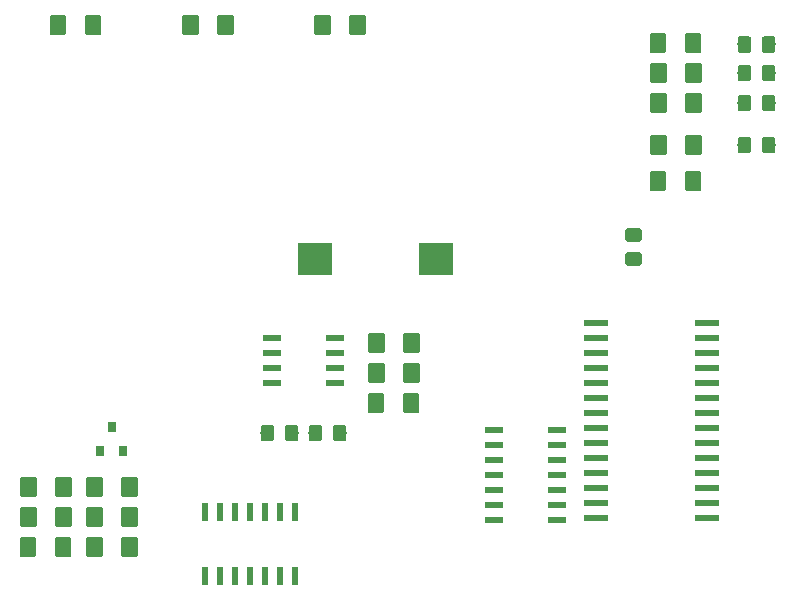
<source format=gbr>
G04 #@! TF.GenerationSoftware,KiCad,Pcbnew,(5.1.0)-1*
G04 #@! TF.CreationDate,2019-04-04T19:18:29+02:00*
G04 #@! TF.ProjectId,YAPSCO,59415053-434f-42e6-9b69-6361645f7063,rev?*
G04 #@! TF.SameCoordinates,PX6a95280PY86ae840*
G04 #@! TF.FileFunction,Paste,Top*
G04 #@! TF.FilePolarity,Positive*
%FSLAX46Y46*%
G04 Gerber Fmt 4.6, Leading zero omitted, Abs format (unit mm)*
G04 Created by KiCad (PCBNEW (5.1.0)-1) date 2019-04-04 19:18:29*
%MOMM*%
%LPD*%
G04 APERTURE LIST*
%ADD10R,0.600000X1.500000*%
%ADD11C,0.100000*%
%ADD12C,1.150000*%
%ADD13R,3.000000X2.800000*%
%ADD14R,0.800000X0.900000*%
%ADD15C,1.425000*%
%ADD16R,2.000000X0.600000*%
%ADD17R,1.500000X0.600000*%
%ADD18R,1.550000X0.600000*%
G04 APERTURE END LIST*
D10*
X27686000Y19210000D03*
X28956000Y19210000D03*
X30226000Y19210000D03*
X31496000Y19210000D03*
X32766000Y19210000D03*
X34036000Y19210000D03*
X35306000Y19210000D03*
X35306000Y13810000D03*
X34036000Y13810000D03*
X32766000Y13810000D03*
X31496000Y13810000D03*
X30226000Y13810000D03*
X28956000Y13810000D03*
X27686000Y13810000D03*
D11*
G36*
X64482505Y43254796D02*
G01*
X64506773Y43251196D01*
X64530572Y43245235D01*
X64553671Y43236970D01*
X64575850Y43226480D01*
X64596893Y43213868D01*
X64616599Y43199253D01*
X64634777Y43182777D01*
X64651253Y43164599D01*
X64665868Y43144893D01*
X64678480Y43123850D01*
X64688970Y43101671D01*
X64697235Y43078572D01*
X64703196Y43054773D01*
X64706796Y43030505D01*
X64708000Y43006001D01*
X64708000Y42355999D01*
X64706796Y42331495D01*
X64703196Y42307227D01*
X64697235Y42283428D01*
X64688970Y42260329D01*
X64678480Y42238150D01*
X64665868Y42217107D01*
X64651253Y42197401D01*
X64634777Y42179223D01*
X64616599Y42162747D01*
X64596893Y42148132D01*
X64575850Y42135520D01*
X64553671Y42125030D01*
X64530572Y42116765D01*
X64506773Y42110804D01*
X64482505Y42107204D01*
X64458001Y42106000D01*
X63557999Y42106000D01*
X63533495Y42107204D01*
X63509227Y42110804D01*
X63485428Y42116765D01*
X63462329Y42125030D01*
X63440150Y42135520D01*
X63419107Y42148132D01*
X63399401Y42162747D01*
X63381223Y42179223D01*
X63364747Y42197401D01*
X63350132Y42217107D01*
X63337520Y42238150D01*
X63327030Y42260329D01*
X63318765Y42283428D01*
X63312804Y42307227D01*
X63309204Y42331495D01*
X63308000Y42355999D01*
X63308000Y43006001D01*
X63309204Y43030505D01*
X63312804Y43054773D01*
X63318765Y43078572D01*
X63327030Y43101671D01*
X63337520Y43123850D01*
X63350132Y43144893D01*
X63364747Y43164599D01*
X63381223Y43182777D01*
X63399401Y43199253D01*
X63419107Y43213868D01*
X63440150Y43226480D01*
X63462329Y43236970D01*
X63485428Y43245235D01*
X63509227Y43251196D01*
X63533495Y43254796D01*
X63557999Y43256000D01*
X64458001Y43256000D01*
X64482505Y43254796D01*
X64482505Y43254796D01*
G37*
D12*
X64008000Y42681000D03*
D11*
G36*
X64482505Y41204796D02*
G01*
X64506773Y41201196D01*
X64530572Y41195235D01*
X64553671Y41186970D01*
X64575850Y41176480D01*
X64596893Y41163868D01*
X64616599Y41149253D01*
X64634777Y41132777D01*
X64651253Y41114599D01*
X64665868Y41094893D01*
X64678480Y41073850D01*
X64688970Y41051671D01*
X64697235Y41028572D01*
X64703196Y41004773D01*
X64706796Y40980505D01*
X64708000Y40956001D01*
X64708000Y40305999D01*
X64706796Y40281495D01*
X64703196Y40257227D01*
X64697235Y40233428D01*
X64688970Y40210329D01*
X64678480Y40188150D01*
X64665868Y40167107D01*
X64651253Y40147401D01*
X64634777Y40129223D01*
X64616599Y40112747D01*
X64596893Y40098132D01*
X64575850Y40085520D01*
X64553671Y40075030D01*
X64530572Y40066765D01*
X64506773Y40060804D01*
X64482505Y40057204D01*
X64458001Y40056000D01*
X63557999Y40056000D01*
X63533495Y40057204D01*
X63509227Y40060804D01*
X63485428Y40066765D01*
X63462329Y40075030D01*
X63440150Y40085520D01*
X63419107Y40098132D01*
X63399401Y40112747D01*
X63381223Y40129223D01*
X63364747Y40147401D01*
X63350132Y40167107D01*
X63337520Y40188150D01*
X63327030Y40210329D01*
X63318765Y40233428D01*
X63312804Y40257227D01*
X63309204Y40281495D01*
X63308000Y40305999D01*
X63308000Y40956001D01*
X63309204Y40980505D01*
X63312804Y41004773D01*
X63318765Y41028572D01*
X63327030Y41051671D01*
X63337520Y41073850D01*
X63350132Y41094893D01*
X63364747Y41114599D01*
X63381223Y41132777D01*
X63399401Y41149253D01*
X63419107Y41163868D01*
X63440150Y41176480D01*
X63462329Y41186970D01*
X63485428Y41195235D01*
X63509227Y41201196D01*
X63533495Y41204796D01*
X63557999Y41206000D01*
X64458001Y41206000D01*
X64482505Y41204796D01*
X64482505Y41204796D01*
G37*
D12*
X64008000Y40631000D03*
D11*
G36*
X73746505Y59499796D02*
G01*
X73770773Y59496196D01*
X73794572Y59490235D01*
X73817671Y59481970D01*
X73839850Y59471480D01*
X73860893Y59458868D01*
X73880599Y59444253D01*
X73898777Y59427777D01*
X73915253Y59409599D01*
X73929868Y59389893D01*
X73942480Y59368850D01*
X73952970Y59346671D01*
X73961235Y59323572D01*
X73967196Y59299773D01*
X73970796Y59275505D01*
X73972000Y59251001D01*
X73972000Y58350999D01*
X73970796Y58326495D01*
X73967196Y58302227D01*
X73961235Y58278428D01*
X73952970Y58255329D01*
X73942480Y58233150D01*
X73929868Y58212107D01*
X73915253Y58192401D01*
X73898777Y58174223D01*
X73880599Y58157747D01*
X73860893Y58143132D01*
X73839850Y58130520D01*
X73817671Y58120030D01*
X73794572Y58111765D01*
X73770773Y58105804D01*
X73746505Y58102204D01*
X73722001Y58101000D01*
X73071999Y58101000D01*
X73047495Y58102204D01*
X73023227Y58105804D01*
X72999428Y58111765D01*
X72976329Y58120030D01*
X72954150Y58130520D01*
X72933107Y58143132D01*
X72913401Y58157747D01*
X72895223Y58174223D01*
X72878747Y58192401D01*
X72864132Y58212107D01*
X72851520Y58233150D01*
X72841030Y58255329D01*
X72832765Y58278428D01*
X72826804Y58302227D01*
X72823204Y58326495D01*
X72822000Y58350999D01*
X72822000Y59251001D01*
X72823204Y59275505D01*
X72826804Y59299773D01*
X72832765Y59323572D01*
X72841030Y59346671D01*
X72851520Y59368850D01*
X72864132Y59389893D01*
X72878747Y59409599D01*
X72895223Y59427777D01*
X72913401Y59444253D01*
X72933107Y59458868D01*
X72954150Y59471480D01*
X72976329Y59481970D01*
X72999428Y59490235D01*
X73023227Y59496196D01*
X73047495Y59499796D01*
X73071999Y59501000D01*
X73722001Y59501000D01*
X73746505Y59499796D01*
X73746505Y59499796D01*
G37*
D12*
X73397000Y58801000D03*
D11*
G36*
X75796505Y59499796D02*
G01*
X75820773Y59496196D01*
X75844572Y59490235D01*
X75867671Y59481970D01*
X75889850Y59471480D01*
X75910893Y59458868D01*
X75930599Y59444253D01*
X75948777Y59427777D01*
X75965253Y59409599D01*
X75979868Y59389893D01*
X75992480Y59368850D01*
X76002970Y59346671D01*
X76011235Y59323572D01*
X76017196Y59299773D01*
X76020796Y59275505D01*
X76022000Y59251001D01*
X76022000Y58350999D01*
X76020796Y58326495D01*
X76017196Y58302227D01*
X76011235Y58278428D01*
X76002970Y58255329D01*
X75992480Y58233150D01*
X75979868Y58212107D01*
X75965253Y58192401D01*
X75948777Y58174223D01*
X75930599Y58157747D01*
X75910893Y58143132D01*
X75889850Y58130520D01*
X75867671Y58120030D01*
X75844572Y58111765D01*
X75820773Y58105804D01*
X75796505Y58102204D01*
X75772001Y58101000D01*
X75121999Y58101000D01*
X75097495Y58102204D01*
X75073227Y58105804D01*
X75049428Y58111765D01*
X75026329Y58120030D01*
X75004150Y58130520D01*
X74983107Y58143132D01*
X74963401Y58157747D01*
X74945223Y58174223D01*
X74928747Y58192401D01*
X74914132Y58212107D01*
X74901520Y58233150D01*
X74891030Y58255329D01*
X74882765Y58278428D01*
X74876804Y58302227D01*
X74873204Y58326495D01*
X74872000Y58350999D01*
X74872000Y59251001D01*
X74873204Y59275505D01*
X74876804Y59299773D01*
X74882765Y59323572D01*
X74891030Y59346671D01*
X74901520Y59368850D01*
X74914132Y59389893D01*
X74928747Y59409599D01*
X74945223Y59427777D01*
X74963401Y59444253D01*
X74983107Y59458868D01*
X75004150Y59471480D01*
X75026329Y59481970D01*
X75049428Y59490235D01*
X75073227Y59496196D01*
X75097495Y59499796D01*
X75121999Y59501000D01*
X75772001Y59501000D01*
X75796505Y59499796D01*
X75796505Y59499796D01*
G37*
D12*
X75447000Y58801000D03*
D11*
G36*
X73746505Y57086796D02*
G01*
X73770773Y57083196D01*
X73794572Y57077235D01*
X73817671Y57068970D01*
X73839850Y57058480D01*
X73860893Y57045868D01*
X73880599Y57031253D01*
X73898777Y57014777D01*
X73915253Y56996599D01*
X73929868Y56976893D01*
X73942480Y56955850D01*
X73952970Y56933671D01*
X73961235Y56910572D01*
X73967196Y56886773D01*
X73970796Y56862505D01*
X73972000Y56838001D01*
X73972000Y55937999D01*
X73970796Y55913495D01*
X73967196Y55889227D01*
X73961235Y55865428D01*
X73952970Y55842329D01*
X73942480Y55820150D01*
X73929868Y55799107D01*
X73915253Y55779401D01*
X73898777Y55761223D01*
X73880599Y55744747D01*
X73860893Y55730132D01*
X73839850Y55717520D01*
X73817671Y55707030D01*
X73794572Y55698765D01*
X73770773Y55692804D01*
X73746505Y55689204D01*
X73722001Y55688000D01*
X73071999Y55688000D01*
X73047495Y55689204D01*
X73023227Y55692804D01*
X72999428Y55698765D01*
X72976329Y55707030D01*
X72954150Y55717520D01*
X72933107Y55730132D01*
X72913401Y55744747D01*
X72895223Y55761223D01*
X72878747Y55779401D01*
X72864132Y55799107D01*
X72851520Y55820150D01*
X72841030Y55842329D01*
X72832765Y55865428D01*
X72826804Y55889227D01*
X72823204Y55913495D01*
X72822000Y55937999D01*
X72822000Y56838001D01*
X72823204Y56862505D01*
X72826804Y56886773D01*
X72832765Y56910572D01*
X72841030Y56933671D01*
X72851520Y56955850D01*
X72864132Y56976893D01*
X72878747Y56996599D01*
X72895223Y57014777D01*
X72913401Y57031253D01*
X72933107Y57045868D01*
X72954150Y57058480D01*
X72976329Y57068970D01*
X72999428Y57077235D01*
X73023227Y57083196D01*
X73047495Y57086796D01*
X73071999Y57088000D01*
X73722001Y57088000D01*
X73746505Y57086796D01*
X73746505Y57086796D01*
G37*
D12*
X73397000Y56388000D03*
D11*
G36*
X75796505Y57086796D02*
G01*
X75820773Y57083196D01*
X75844572Y57077235D01*
X75867671Y57068970D01*
X75889850Y57058480D01*
X75910893Y57045868D01*
X75930599Y57031253D01*
X75948777Y57014777D01*
X75965253Y56996599D01*
X75979868Y56976893D01*
X75992480Y56955850D01*
X76002970Y56933671D01*
X76011235Y56910572D01*
X76017196Y56886773D01*
X76020796Y56862505D01*
X76022000Y56838001D01*
X76022000Y55937999D01*
X76020796Y55913495D01*
X76017196Y55889227D01*
X76011235Y55865428D01*
X76002970Y55842329D01*
X75992480Y55820150D01*
X75979868Y55799107D01*
X75965253Y55779401D01*
X75948777Y55761223D01*
X75930599Y55744747D01*
X75910893Y55730132D01*
X75889850Y55717520D01*
X75867671Y55707030D01*
X75844572Y55698765D01*
X75820773Y55692804D01*
X75796505Y55689204D01*
X75772001Y55688000D01*
X75121999Y55688000D01*
X75097495Y55689204D01*
X75073227Y55692804D01*
X75049428Y55698765D01*
X75026329Y55707030D01*
X75004150Y55717520D01*
X74983107Y55730132D01*
X74963401Y55744747D01*
X74945223Y55761223D01*
X74928747Y55779401D01*
X74914132Y55799107D01*
X74901520Y55820150D01*
X74891030Y55842329D01*
X74882765Y55865428D01*
X74876804Y55889227D01*
X74873204Y55913495D01*
X74872000Y55937999D01*
X74872000Y56838001D01*
X74873204Y56862505D01*
X74876804Y56886773D01*
X74882765Y56910572D01*
X74891030Y56933671D01*
X74901520Y56955850D01*
X74914132Y56976893D01*
X74928747Y56996599D01*
X74945223Y57014777D01*
X74963401Y57031253D01*
X74983107Y57045868D01*
X75004150Y57058480D01*
X75026329Y57068970D01*
X75049428Y57077235D01*
X75073227Y57083196D01*
X75097495Y57086796D01*
X75121999Y57088000D01*
X75772001Y57088000D01*
X75796505Y57086796D01*
X75796505Y57086796D01*
G37*
D12*
X75447000Y56388000D03*
D11*
G36*
X73746505Y54546796D02*
G01*
X73770773Y54543196D01*
X73794572Y54537235D01*
X73817671Y54528970D01*
X73839850Y54518480D01*
X73860893Y54505868D01*
X73880599Y54491253D01*
X73898777Y54474777D01*
X73915253Y54456599D01*
X73929868Y54436893D01*
X73942480Y54415850D01*
X73952970Y54393671D01*
X73961235Y54370572D01*
X73967196Y54346773D01*
X73970796Y54322505D01*
X73972000Y54298001D01*
X73972000Y53397999D01*
X73970796Y53373495D01*
X73967196Y53349227D01*
X73961235Y53325428D01*
X73952970Y53302329D01*
X73942480Y53280150D01*
X73929868Y53259107D01*
X73915253Y53239401D01*
X73898777Y53221223D01*
X73880599Y53204747D01*
X73860893Y53190132D01*
X73839850Y53177520D01*
X73817671Y53167030D01*
X73794572Y53158765D01*
X73770773Y53152804D01*
X73746505Y53149204D01*
X73722001Y53148000D01*
X73071999Y53148000D01*
X73047495Y53149204D01*
X73023227Y53152804D01*
X72999428Y53158765D01*
X72976329Y53167030D01*
X72954150Y53177520D01*
X72933107Y53190132D01*
X72913401Y53204747D01*
X72895223Y53221223D01*
X72878747Y53239401D01*
X72864132Y53259107D01*
X72851520Y53280150D01*
X72841030Y53302329D01*
X72832765Y53325428D01*
X72826804Y53349227D01*
X72823204Y53373495D01*
X72822000Y53397999D01*
X72822000Y54298001D01*
X72823204Y54322505D01*
X72826804Y54346773D01*
X72832765Y54370572D01*
X72841030Y54393671D01*
X72851520Y54415850D01*
X72864132Y54436893D01*
X72878747Y54456599D01*
X72895223Y54474777D01*
X72913401Y54491253D01*
X72933107Y54505868D01*
X72954150Y54518480D01*
X72976329Y54528970D01*
X72999428Y54537235D01*
X73023227Y54543196D01*
X73047495Y54546796D01*
X73071999Y54548000D01*
X73722001Y54548000D01*
X73746505Y54546796D01*
X73746505Y54546796D01*
G37*
D12*
X73397000Y53848000D03*
D11*
G36*
X75796505Y54546796D02*
G01*
X75820773Y54543196D01*
X75844572Y54537235D01*
X75867671Y54528970D01*
X75889850Y54518480D01*
X75910893Y54505868D01*
X75930599Y54491253D01*
X75948777Y54474777D01*
X75965253Y54456599D01*
X75979868Y54436893D01*
X75992480Y54415850D01*
X76002970Y54393671D01*
X76011235Y54370572D01*
X76017196Y54346773D01*
X76020796Y54322505D01*
X76022000Y54298001D01*
X76022000Y53397999D01*
X76020796Y53373495D01*
X76017196Y53349227D01*
X76011235Y53325428D01*
X76002970Y53302329D01*
X75992480Y53280150D01*
X75979868Y53259107D01*
X75965253Y53239401D01*
X75948777Y53221223D01*
X75930599Y53204747D01*
X75910893Y53190132D01*
X75889850Y53177520D01*
X75867671Y53167030D01*
X75844572Y53158765D01*
X75820773Y53152804D01*
X75796505Y53149204D01*
X75772001Y53148000D01*
X75121999Y53148000D01*
X75097495Y53149204D01*
X75073227Y53152804D01*
X75049428Y53158765D01*
X75026329Y53167030D01*
X75004150Y53177520D01*
X74983107Y53190132D01*
X74963401Y53204747D01*
X74945223Y53221223D01*
X74928747Y53239401D01*
X74914132Y53259107D01*
X74901520Y53280150D01*
X74891030Y53302329D01*
X74882765Y53325428D01*
X74876804Y53349227D01*
X74873204Y53373495D01*
X74872000Y53397999D01*
X74872000Y54298001D01*
X74873204Y54322505D01*
X74876804Y54346773D01*
X74882765Y54370572D01*
X74891030Y54393671D01*
X74901520Y54415850D01*
X74914132Y54436893D01*
X74928747Y54456599D01*
X74945223Y54474777D01*
X74963401Y54491253D01*
X74983107Y54505868D01*
X75004150Y54518480D01*
X75026329Y54528970D01*
X75049428Y54537235D01*
X75073227Y54543196D01*
X75097495Y54546796D01*
X75121999Y54548000D01*
X75772001Y54548000D01*
X75796505Y54546796D01*
X75796505Y54546796D01*
G37*
D12*
X75447000Y53848000D03*
D11*
G36*
X73746505Y50990796D02*
G01*
X73770773Y50987196D01*
X73794572Y50981235D01*
X73817671Y50972970D01*
X73839850Y50962480D01*
X73860893Y50949868D01*
X73880599Y50935253D01*
X73898777Y50918777D01*
X73915253Y50900599D01*
X73929868Y50880893D01*
X73942480Y50859850D01*
X73952970Y50837671D01*
X73961235Y50814572D01*
X73967196Y50790773D01*
X73970796Y50766505D01*
X73972000Y50742001D01*
X73972000Y49841999D01*
X73970796Y49817495D01*
X73967196Y49793227D01*
X73961235Y49769428D01*
X73952970Y49746329D01*
X73942480Y49724150D01*
X73929868Y49703107D01*
X73915253Y49683401D01*
X73898777Y49665223D01*
X73880599Y49648747D01*
X73860893Y49634132D01*
X73839850Y49621520D01*
X73817671Y49611030D01*
X73794572Y49602765D01*
X73770773Y49596804D01*
X73746505Y49593204D01*
X73722001Y49592000D01*
X73071999Y49592000D01*
X73047495Y49593204D01*
X73023227Y49596804D01*
X72999428Y49602765D01*
X72976329Y49611030D01*
X72954150Y49621520D01*
X72933107Y49634132D01*
X72913401Y49648747D01*
X72895223Y49665223D01*
X72878747Y49683401D01*
X72864132Y49703107D01*
X72851520Y49724150D01*
X72841030Y49746329D01*
X72832765Y49769428D01*
X72826804Y49793227D01*
X72823204Y49817495D01*
X72822000Y49841999D01*
X72822000Y50742001D01*
X72823204Y50766505D01*
X72826804Y50790773D01*
X72832765Y50814572D01*
X72841030Y50837671D01*
X72851520Y50859850D01*
X72864132Y50880893D01*
X72878747Y50900599D01*
X72895223Y50918777D01*
X72913401Y50935253D01*
X72933107Y50949868D01*
X72954150Y50962480D01*
X72976329Y50972970D01*
X72999428Y50981235D01*
X73023227Y50987196D01*
X73047495Y50990796D01*
X73071999Y50992000D01*
X73722001Y50992000D01*
X73746505Y50990796D01*
X73746505Y50990796D01*
G37*
D12*
X73397000Y50292000D03*
D11*
G36*
X75796505Y50990796D02*
G01*
X75820773Y50987196D01*
X75844572Y50981235D01*
X75867671Y50972970D01*
X75889850Y50962480D01*
X75910893Y50949868D01*
X75930599Y50935253D01*
X75948777Y50918777D01*
X75965253Y50900599D01*
X75979868Y50880893D01*
X75992480Y50859850D01*
X76002970Y50837671D01*
X76011235Y50814572D01*
X76017196Y50790773D01*
X76020796Y50766505D01*
X76022000Y50742001D01*
X76022000Y49841999D01*
X76020796Y49817495D01*
X76017196Y49793227D01*
X76011235Y49769428D01*
X76002970Y49746329D01*
X75992480Y49724150D01*
X75979868Y49703107D01*
X75965253Y49683401D01*
X75948777Y49665223D01*
X75930599Y49648747D01*
X75910893Y49634132D01*
X75889850Y49621520D01*
X75867671Y49611030D01*
X75844572Y49602765D01*
X75820773Y49596804D01*
X75796505Y49593204D01*
X75772001Y49592000D01*
X75121999Y49592000D01*
X75097495Y49593204D01*
X75073227Y49596804D01*
X75049428Y49602765D01*
X75026329Y49611030D01*
X75004150Y49621520D01*
X74983107Y49634132D01*
X74963401Y49648747D01*
X74945223Y49665223D01*
X74928747Y49683401D01*
X74914132Y49703107D01*
X74901520Y49724150D01*
X74891030Y49746329D01*
X74882765Y49769428D01*
X74876804Y49793227D01*
X74873204Y49817495D01*
X74872000Y49841999D01*
X74872000Y50742001D01*
X74873204Y50766505D01*
X74876804Y50790773D01*
X74882765Y50814572D01*
X74891030Y50837671D01*
X74901520Y50859850D01*
X74914132Y50880893D01*
X74928747Y50900599D01*
X74945223Y50918777D01*
X74963401Y50935253D01*
X74983107Y50949868D01*
X75004150Y50962480D01*
X75026329Y50972970D01*
X75049428Y50981235D01*
X75073227Y50987196D01*
X75097495Y50990796D01*
X75121999Y50992000D01*
X75772001Y50992000D01*
X75796505Y50990796D01*
X75796505Y50990796D01*
G37*
D12*
X75447000Y50292000D03*
D13*
X47314000Y40640000D03*
X37014000Y40640000D03*
D14*
X19812000Y26400000D03*
X20762000Y24400000D03*
X18862000Y24400000D03*
D11*
G36*
X69538504Y59801796D02*
G01*
X69562773Y59798196D01*
X69586571Y59792235D01*
X69609671Y59783970D01*
X69631849Y59773480D01*
X69652893Y59760867D01*
X69672598Y59746253D01*
X69690777Y59729777D01*
X69707253Y59711598D01*
X69721867Y59691893D01*
X69734480Y59670849D01*
X69744970Y59648671D01*
X69753235Y59625571D01*
X69759196Y59601773D01*
X69762796Y59577504D01*
X69764000Y59553000D01*
X69764000Y58303000D01*
X69762796Y58278496D01*
X69759196Y58254227D01*
X69753235Y58230429D01*
X69744970Y58207329D01*
X69734480Y58185151D01*
X69721867Y58164107D01*
X69707253Y58144402D01*
X69690777Y58126223D01*
X69672598Y58109747D01*
X69652893Y58095133D01*
X69631849Y58082520D01*
X69609671Y58072030D01*
X69586571Y58063765D01*
X69562773Y58057804D01*
X69538504Y58054204D01*
X69514000Y58053000D01*
X68589000Y58053000D01*
X68564496Y58054204D01*
X68540227Y58057804D01*
X68516429Y58063765D01*
X68493329Y58072030D01*
X68471151Y58082520D01*
X68450107Y58095133D01*
X68430402Y58109747D01*
X68412223Y58126223D01*
X68395747Y58144402D01*
X68381133Y58164107D01*
X68368520Y58185151D01*
X68358030Y58207329D01*
X68349765Y58230429D01*
X68343804Y58254227D01*
X68340204Y58278496D01*
X68339000Y58303000D01*
X68339000Y59553000D01*
X68340204Y59577504D01*
X68343804Y59601773D01*
X68349765Y59625571D01*
X68358030Y59648671D01*
X68368520Y59670849D01*
X68381133Y59691893D01*
X68395747Y59711598D01*
X68412223Y59729777D01*
X68430402Y59746253D01*
X68450107Y59760867D01*
X68471151Y59773480D01*
X68493329Y59783970D01*
X68516429Y59792235D01*
X68540227Y59798196D01*
X68564496Y59801796D01*
X68589000Y59803000D01*
X69514000Y59803000D01*
X69538504Y59801796D01*
X69538504Y59801796D01*
G37*
D15*
X69051500Y58928000D03*
D11*
G36*
X66563504Y59801796D02*
G01*
X66587773Y59798196D01*
X66611571Y59792235D01*
X66634671Y59783970D01*
X66656849Y59773480D01*
X66677893Y59760867D01*
X66697598Y59746253D01*
X66715777Y59729777D01*
X66732253Y59711598D01*
X66746867Y59691893D01*
X66759480Y59670849D01*
X66769970Y59648671D01*
X66778235Y59625571D01*
X66784196Y59601773D01*
X66787796Y59577504D01*
X66789000Y59553000D01*
X66789000Y58303000D01*
X66787796Y58278496D01*
X66784196Y58254227D01*
X66778235Y58230429D01*
X66769970Y58207329D01*
X66759480Y58185151D01*
X66746867Y58164107D01*
X66732253Y58144402D01*
X66715777Y58126223D01*
X66697598Y58109747D01*
X66677893Y58095133D01*
X66656849Y58082520D01*
X66634671Y58072030D01*
X66611571Y58063765D01*
X66587773Y58057804D01*
X66563504Y58054204D01*
X66539000Y58053000D01*
X65614000Y58053000D01*
X65589496Y58054204D01*
X65565227Y58057804D01*
X65541429Y58063765D01*
X65518329Y58072030D01*
X65496151Y58082520D01*
X65475107Y58095133D01*
X65455402Y58109747D01*
X65437223Y58126223D01*
X65420747Y58144402D01*
X65406133Y58164107D01*
X65393520Y58185151D01*
X65383030Y58207329D01*
X65374765Y58230429D01*
X65368804Y58254227D01*
X65365204Y58278496D01*
X65364000Y58303000D01*
X65364000Y59553000D01*
X65365204Y59577504D01*
X65368804Y59601773D01*
X65374765Y59625571D01*
X65383030Y59648671D01*
X65393520Y59670849D01*
X65406133Y59691893D01*
X65420747Y59711598D01*
X65437223Y59729777D01*
X65455402Y59746253D01*
X65475107Y59760867D01*
X65496151Y59773480D01*
X65518329Y59783970D01*
X65541429Y59792235D01*
X65565227Y59798196D01*
X65589496Y59801796D01*
X65614000Y59803000D01*
X66539000Y59803000D01*
X66563504Y59801796D01*
X66563504Y59801796D01*
G37*
D15*
X66076500Y58928000D03*
D11*
G36*
X69575004Y57261796D02*
G01*
X69599273Y57258196D01*
X69623071Y57252235D01*
X69646171Y57243970D01*
X69668349Y57233480D01*
X69689393Y57220867D01*
X69709098Y57206253D01*
X69727277Y57189777D01*
X69743753Y57171598D01*
X69758367Y57151893D01*
X69770980Y57130849D01*
X69781470Y57108671D01*
X69789735Y57085571D01*
X69795696Y57061773D01*
X69799296Y57037504D01*
X69800500Y57013000D01*
X69800500Y55763000D01*
X69799296Y55738496D01*
X69795696Y55714227D01*
X69789735Y55690429D01*
X69781470Y55667329D01*
X69770980Y55645151D01*
X69758367Y55624107D01*
X69743753Y55604402D01*
X69727277Y55586223D01*
X69709098Y55569747D01*
X69689393Y55555133D01*
X69668349Y55542520D01*
X69646171Y55532030D01*
X69623071Y55523765D01*
X69599273Y55517804D01*
X69575004Y55514204D01*
X69550500Y55513000D01*
X68625500Y55513000D01*
X68600996Y55514204D01*
X68576727Y55517804D01*
X68552929Y55523765D01*
X68529829Y55532030D01*
X68507651Y55542520D01*
X68486607Y55555133D01*
X68466902Y55569747D01*
X68448723Y55586223D01*
X68432247Y55604402D01*
X68417633Y55624107D01*
X68405020Y55645151D01*
X68394530Y55667329D01*
X68386265Y55690429D01*
X68380304Y55714227D01*
X68376704Y55738496D01*
X68375500Y55763000D01*
X68375500Y57013000D01*
X68376704Y57037504D01*
X68380304Y57061773D01*
X68386265Y57085571D01*
X68394530Y57108671D01*
X68405020Y57130849D01*
X68417633Y57151893D01*
X68432247Y57171598D01*
X68448723Y57189777D01*
X68466902Y57206253D01*
X68486607Y57220867D01*
X68507651Y57233480D01*
X68529829Y57243970D01*
X68552929Y57252235D01*
X68576727Y57258196D01*
X68600996Y57261796D01*
X68625500Y57263000D01*
X69550500Y57263000D01*
X69575004Y57261796D01*
X69575004Y57261796D01*
G37*
D15*
X69088000Y56388000D03*
D11*
G36*
X66600004Y57261796D02*
G01*
X66624273Y57258196D01*
X66648071Y57252235D01*
X66671171Y57243970D01*
X66693349Y57233480D01*
X66714393Y57220867D01*
X66734098Y57206253D01*
X66752277Y57189777D01*
X66768753Y57171598D01*
X66783367Y57151893D01*
X66795980Y57130849D01*
X66806470Y57108671D01*
X66814735Y57085571D01*
X66820696Y57061773D01*
X66824296Y57037504D01*
X66825500Y57013000D01*
X66825500Y55763000D01*
X66824296Y55738496D01*
X66820696Y55714227D01*
X66814735Y55690429D01*
X66806470Y55667329D01*
X66795980Y55645151D01*
X66783367Y55624107D01*
X66768753Y55604402D01*
X66752277Y55586223D01*
X66734098Y55569747D01*
X66714393Y55555133D01*
X66693349Y55542520D01*
X66671171Y55532030D01*
X66648071Y55523765D01*
X66624273Y55517804D01*
X66600004Y55514204D01*
X66575500Y55513000D01*
X65650500Y55513000D01*
X65625996Y55514204D01*
X65601727Y55517804D01*
X65577929Y55523765D01*
X65554829Y55532030D01*
X65532651Y55542520D01*
X65511607Y55555133D01*
X65491902Y55569747D01*
X65473723Y55586223D01*
X65457247Y55604402D01*
X65442633Y55624107D01*
X65430020Y55645151D01*
X65419530Y55667329D01*
X65411265Y55690429D01*
X65405304Y55714227D01*
X65401704Y55738496D01*
X65400500Y55763000D01*
X65400500Y57013000D01*
X65401704Y57037504D01*
X65405304Y57061773D01*
X65411265Y57085571D01*
X65419530Y57108671D01*
X65430020Y57130849D01*
X65442633Y57151893D01*
X65457247Y57171598D01*
X65473723Y57189777D01*
X65491902Y57206253D01*
X65511607Y57220867D01*
X65532651Y57233480D01*
X65554829Y57243970D01*
X65577929Y57252235D01*
X65601727Y57258196D01*
X65625996Y57261796D01*
X65650500Y57263000D01*
X66575500Y57263000D01*
X66600004Y57261796D01*
X66600004Y57261796D01*
G37*
D15*
X66113000Y56388000D03*
D11*
G36*
X66600004Y54721796D02*
G01*
X66624273Y54718196D01*
X66648071Y54712235D01*
X66671171Y54703970D01*
X66693349Y54693480D01*
X66714393Y54680867D01*
X66734098Y54666253D01*
X66752277Y54649777D01*
X66768753Y54631598D01*
X66783367Y54611893D01*
X66795980Y54590849D01*
X66806470Y54568671D01*
X66814735Y54545571D01*
X66820696Y54521773D01*
X66824296Y54497504D01*
X66825500Y54473000D01*
X66825500Y53223000D01*
X66824296Y53198496D01*
X66820696Y53174227D01*
X66814735Y53150429D01*
X66806470Y53127329D01*
X66795980Y53105151D01*
X66783367Y53084107D01*
X66768753Y53064402D01*
X66752277Y53046223D01*
X66734098Y53029747D01*
X66714393Y53015133D01*
X66693349Y53002520D01*
X66671171Y52992030D01*
X66648071Y52983765D01*
X66624273Y52977804D01*
X66600004Y52974204D01*
X66575500Y52973000D01*
X65650500Y52973000D01*
X65625996Y52974204D01*
X65601727Y52977804D01*
X65577929Y52983765D01*
X65554829Y52992030D01*
X65532651Y53002520D01*
X65511607Y53015133D01*
X65491902Y53029747D01*
X65473723Y53046223D01*
X65457247Y53064402D01*
X65442633Y53084107D01*
X65430020Y53105151D01*
X65419530Y53127329D01*
X65411265Y53150429D01*
X65405304Y53174227D01*
X65401704Y53198496D01*
X65400500Y53223000D01*
X65400500Y54473000D01*
X65401704Y54497504D01*
X65405304Y54521773D01*
X65411265Y54545571D01*
X65419530Y54568671D01*
X65430020Y54590849D01*
X65442633Y54611893D01*
X65457247Y54631598D01*
X65473723Y54649777D01*
X65491902Y54666253D01*
X65511607Y54680867D01*
X65532651Y54693480D01*
X65554829Y54703970D01*
X65577929Y54712235D01*
X65601727Y54718196D01*
X65625996Y54721796D01*
X65650500Y54723000D01*
X66575500Y54723000D01*
X66600004Y54721796D01*
X66600004Y54721796D01*
G37*
D15*
X66113000Y53848000D03*
D11*
G36*
X69575004Y54721796D02*
G01*
X69599273Y54718196D01*
X69623071Y54712235D01*
X69646171Y54703970D01*
X69668349Y54693480D01*
X69689393Y54680867D01*
X69709098Y54666253D01*
X69727277Y54649777D01*
X69743753Y54631598D01*
X69758367Y54611893D01*
X69770980Y54590849D01*
X69781470Y54568671D01*
X69789735Y54545571D01*
X69795696Y54521773D01*
X69799296Y54497504D01*
X69800500Y54473000D01*
X69800500Y53223000D01*
X69799296Y53198496D01*
X69795696Y53174227D01*
X69789735Y53150429D01*
X69781470Y53127329D01*
X69770980Y53105151D01*
X69758367Y53084107D01*
X69743753Y53064402D01*
X69727277Y53046223D01*
X69709098Y53029747D01*
X69689393Y53015133D01*
X69668349Y53002520D01*
X69646171Y52992030D01*
X69623071Y52983765D01*
X69599273Y52977804D01*
X69575004Y52974204D01*
X69550500Y52973000D01*
X68625500Y52973000D01*
X68600996Y52974204D01*
X68576727Y52977804D01*
X68552929Y52983765D01*
X68529829Y52992030D01*
X68507651Y53002520D01*
X68486607Y53015133D01*
X68466902Y53029747D01*
X68448723Y53046223D01*
X68432247Y53064402D01*
X68417633Y53084107D01*
X68405020Y53105151D01*
X68394530Y53127329D01*
X68386265Y53150429D01*
X68380304Y53174227D01*
X68376704Y53198496D01*
X68375500Y53223000D01*
X68375500Y54473000D01*
X68376704Y54497504D01*
X68380304Y54521773D01*
X68386265Y54545571D01*
X68394530Y54568671D01*
X68405020Y54590849D01*
X68417633Y54611893D01*
X68432247Y54631598D01*
X68448723Y54649777D01*
X68466902Y54666253D01*
X68486607Y54680867D01*
X68507651Y54693480D01*
X68529829Y54703970D01*
X68552929Y54712235D01*
X68576727Y54718196D01*
X68600996Y54721796D01*
X68625500Y54723000D01*
X69550500Y54723000D01*
X69575004Y54721796D01*
X69575004Y54721796D01*
G37*
D15*
X69088000Y53848000D03*
D11*
G36*
X69575004Y51165796D02*
G01*
X69599273Y51162196D01*
X69623071Y51156235D01*
X69646171Y51147970D01*
X69668349Y51137480D01*
X69689393Y51124867D01*
X69709098Y51110253D01*
X69727277Y51093777D01*
X69743753Y51075598D01*
X69758367Y51055893D01*
X69770980Y51034849D01*
X69781470Y51012671D01*
X69789735Y50989571D01*
X69795696Y50965773D01*
X69799296Y50941504D01*
X69800500Y50917000D01*
X69800500Y49667000D01*
X69799296Y49642496D01*
X69795696Y49618227D01*
X69789735Y49594429D01*
X69781470Y49571329D01*
X69770980Y49549151D01*
X69758367Y49528107D01*
X69743753Y49508402D01*
X69727277Y49490223D01*
X69709098Y49473747D01*
X69689393Y49459133D01*
X69668349Y49446520D01*
X69646171Y49436030D01*
X69623071Y49427765D01*
X69599273Y49421804D01*
X69575004Y49418204D01*
X69550500Y49417000D01*
X68625500Y49417000D01*
X68600996Y49418204D01*
X68576727Y49421804D01*
X68552929Y49427765D01*
X68529829Y49436030D01*
X68507651Y49446520D01*
X68486607Y49459133D01*
X68466902Y49473747D01*
X68448723Y49490223D01*
X68432247Y49508402D01*
X68417633Y49528107D01*
X68405020Y49549151D01*
X68394530Y49571329D01*
X68386265Y49594429D01*
X68380304Y49618227D01*
X68376704Y49642496D01*
X68375500Y49667000D01*
X68375500Y50917000D01*
X68376704Y50941504D01*
X68380304Y50965773D01*
X68386265Y50989571D01*
X68394530Y51012671D01*
X68405020Y51034849D01*
X68417633Y51055893D01*
X68432247Y51075598D01*
X68448723Y51093777D01*
X68466902Y51110253D01*
X68486607Y51124867D01*
X68507651Y51137480D01*
X68529829Y51147970D01*
X68552929Y51156235D01*
X68576727Y51162196D01*
X68600996Y51165796D01*
X68625500Y51167000D01*
X69550500Y51167000D01*
X69575004Y51165796D01*
X69575004Y51165796D01*
G37*
D15*
X69088000Y50292000D03*
D11*
G36*
X66600004Y51165796D02*
G01*
X66624273Y51162196D01*
X66648071Y51156235D01*
X66671171Y51147970D01*
X66693349Y51137480D01*
X66714393Y51124867D01*
X66734098Y51110253D01*
X66752277Y51093777D01*
X66768753Y51075598D01*
X66783367Y51055893D01*
X66795980Y51034849D01*
X66806470Y51012671D01*
X66814735Y50989571D01*
X66820696Y50965773D01*
X66824296Y50941504D01*
X66825500Y50917000D01*
X66825500Y49667000D01*
X66824296Y49642496D01*
X66820696Y49618227D01*
X66814735Y49594429D01*
X66806470Y49571329D01*
X66795980Y49549151D01*
X66783367Y49528107D01*
X66768753Y49508402D01*
X66752277Y49490223D01*
X66734098Y49473747D01*
X66714393Y49459133D01*
X66693349Y49446520D01*
X66671171Y49436030D01*
X66648071Y49427765D01*
X66624273Y49421804D01*
X66600004Y49418204D01*
X66575500Y49417000D01*
X65650500Y49417000D01*
X65625996Y49418204D01*
X65601727Y49421804D01*
X65577929Y49427765D01*
X65554829Y49436030D01*
X65532651Y49446520D01*
X65511607Y49459133D01*
X65491902Y49473747D01*
X65473723Y49490223D01*
X65457247Y49508402D01*
X65442633Y49528107D01*
X65430020Y49549151D01*
X65419530Y49571329D01*
X65411265Y49594429D01*
X65405304Y49618227D01*
X65401704Y49642496D01*
X65400500Y49667000D01*
X65400500Y50917000D01*
X65401704Y50941504D01*
X65405304Y50965773D01*
X65411265Y50989571D01*
X65419530Y51012671D01*
X65430020Y51034849D01*
X65442633Y51055893D01*
X65457247Y51075598D01*
X65473723Y51093777D01*
X65491902Y51110253D01*
X65511607Y51124867D01*
X65532651Y51137480D01*
X65554829Y51147970D01*
X65577929Y51156235D01*
X65601727Y51162196D01*
X65625996Y51165796D01*
X65650500Y51167000D01*
X66575500Y51167000D01*
X66600004Y51165796D01*
X66600004Y51165796D01*
G37*
D15*
X66113000Y50292000D03*
D11*
G36*
X69538504Y48117796D02*
G01*
X69562773Y48114196D01*
X69586571Y48108235D01*
X69609671Y48099970D01*
X69631849Y48089480D01*
X69652893Y48076867D01*
X69672598Y48062253D01*
X69690777Y48045777D01*
X69707253Y48027598D01*
X69721867Y48007893D01*
X69734480Y47986849D01*
X69744970Y47964671D01*
X69753235Y47941571D01*
X69759196Y47917773D01*
X69762796Y47893504D01*
X69764000Y47869000D01*
X69764000Y46619000D01*
X69762796Y46594496D01*
X69759196Y46570227D01*
X69753235Y46546429D01*
X69744970Y46523329D01*
X69734480Y46501151D01*
X69721867Y46480107D01*
X69707253Y46460402D01*
X69690777Y46442223D01*
X69672598Y46425747D01*
X69652893Y46411133D01*
X69631849Y46398520D01*
X69609671Y46388030D01*
X69586571Y46379765D01*
X69562773Y46373804D01*
X69538504Y46370204D01*
X69514000Y46369000D01*
X68589000Y46369000D01*
X68564496Y46370204D01*
X68540227Y46373804D01*
X68516429Y46379765D01*
X68493329Y46388030D01*
X68471151Y46398520D01*
X68450107Y46411133D01*
X68430402Y46425747D01*
X68412223Y46442223D01*
X68395747Y46460402D01*
X68381133Y46480107D01*
X68368520Y46501151D01*
X68358030Y46523329D01*
X68349765Y46546429D01*
X68343804Y46570227D01*
X68340204Y46594496D01*
X68339000Y46619000D01*
X68339000Y47869000D01*
X68340204Y47893504D01*
X68343804Y47917773D01*
X68349765Y47941571D01*
X68358030Y47964671D01*
X68368520Y47986849D01*
X68381133Y48007893D01*
X68395747Y48027598D01*
X68412223Y48045777D01*
X68430402Y48062253D01*
X68450107Y48076867D01*
X68471151Y48089480D01*
X68493329Y48099970D01*
X68516429Y48108235D01*
X68540227Y48114196D01*
X68564496Y48117796D01*
X68589000Y48119000D01*
X69514000Y48119000D01*
X69538504Y48117796D01*
X69538504Y48117796D01*
G37*
D15*
X69051500Y47244000D03*
D11*
G36*
X66563504Y48117796D02*
G01*
X66587773Y48114196D01*
X66611571Y48108235D01*
X66634671Y48099970D01*
X66656849Y48089480D01*
X66677893Y48076867D01*
X66697598Y48062253D01*
X66715777Y48045777D01*
X66732253Y48027598D01*
X66746867Y48007893D01*
X66759480Y47986849D01*
X66769970Y47964671D01*
X66778235Y47941571D01*
X66784196Y47917773D01*
X66787796Y47893504D01*
X66789000Y47869000D01*
X66789000Y46619000D01*
X66787796Y46594496D01*
X66784196Y46570227D01*
X66778235Y46546429D01*
X66769970Y46523329D01*
X66759480Y46501151D01*
X66746867Y46480107D01*
X66732253Y46460402D01*
X66715777Y46442223D01*
X66697598Y46425747D01*
X66677893Y46411133D01*
X66656849Y46398520D01*
X66634671Y46388030D01*
X66611571Y46379765D01*
X66587773Y46373804D01*
X66563504Y46370204D01*
X66539000Y46369000D01*
X65614000Y46369000D01*
X65589496Y46370204D01*
X65565227Y46373804D01*
X65541429Y46379765D01*
X65518329Y46388030D01*
X65496151Y46398520D01*
X65475107Y46411133D01*
X65455402Y46425747D01*
X65437223Y46442223D01*
X65420747Y46460402D01*
X65406133Y46480107D01*
X65393520Y46501151D01*
X65383030Y46523329D01*
X65374765Y46546429D01*
X65368804Y46570227D01*
X65365204Y46594496D01*
X65364000Y46619000D01*
X65364000Y47869000D01*
X65365204Y47893504D01*
X65368804Y47917773D01*
X65374765Y47941571D01*
X65383030Y47964671D01*
X65393520Y47986849D01*
X65406133Y48007893D01*
X65420747Y48027598D01*
X65437223Y48045777D01*
X65455402Y48062253D01*
X65475107Y48076867D01*
X65496151Y48089480D01*
X65518329Y48099970D01*
X65541429Y48108235D01*
X65565227Y48114196D01*
X65589496Y48117796D01*
X65614000Y48119000D01*
X66539000Y48119000D01*
X66563504Y48117796D01*
X66563504Y48117796D01*
G37*
D15*
X66076500Y47244000D03*
D11*
G36*
X41127004Y61325796D02*
G01*
X41151273Y61322196D01*
X41175071Y61316235D01*
X41198171Y61307970D01*
X41220349Y61297480D01*
X41241393Y61284867D01*
X41261098Y61270253D01*
X41279277Y61253777D01*
X41295753Y61235598D01*
X41310367Y61215893D01*
X41322980Y61194849D01*
X41333470Y61172671D01*
X41341735Y61149571D01*
X41347696Y61125773D01*
X41351296Y61101504D01*
X41352500Y61077000D01*
X41352500Y59827000D01*
X41351296Y59802496D01*
X41347696Y59778227D01*
X41341735Y59754429D01*
X41333470Y59731329D01*
X41322980Y59709151D01*
X41310367Y59688107D01*
X41295753Y59668402D01*
X41279277Y59650223D01*
X41261098Y59633747D01*
X41241393Y59619133D01*
X41220349Y59606520D01*
X41198171Y59596030D01*
X41175071Y59587765D01*
X41151273Y59581804D01*
X41127004Y59578204D01*
X41102500Y59577000D01*
X40177500Y59577000D01*
X40152996Y59578204D01*
X40128727Y59581804D01*
X40104929Y59587765D01*
X40081829Y59596030D01*
X40059651Y59606520D01*
X40038607Y59619133D01*
X40018902Y59633747D01*
X40000723Y59650223D01*
X39984247Y59668402D01*
X39969633Y59688107D01*
X39957020Y59709151D01*
X39946530Y59731329D01*
X39938265Y59754429D01*
X39932304Y59778227D01*
X39928704Y59802496D01*
X39927500Y59827000D01*
X39927500Y61077000D01*
X39928704Y61101504D01*
X39932304Y61125773D01*
X39938265Y61149571D01*
X39946530Y61172671D01*
X39957020Y61194849D01*
X39969633Y61215893D01*
X39984247Y61235598D01*
X40000723Y61253777D01*
X40018902Y61270253D01*
X40038607Y61284867D01*
X40059651Y61297480D01*
X40081829Y61307970D01*
X40104929Y61316235D01*
X40128727Y61322196D01*
X40152996Y61325796D01*
X40177500Y61327000D01*
X41102500Y61327000D01*
X41127004Y61325796D01*
X41127004Y61325796D01*
G37*
D15*
X40640000Y60452000D03*
D11*
G36*
X38152004Y61325796D02*
G01*
X38176273Y61322196D01*
X38200071Y61316235D01*
X38223171Y61307970D01*
X38245349Y61297480D01*
X38266393Y61284867D01*
X38286098Y61270253D01*
X38304277Y61253777D01*
X38320753Y61235598D01*
X38335367Y61215893D01*
X38347980Y61194849D01*
X38358470Y61172671D01*
X38366735Y61149571D01*
X38372696Y61125773D01*
X38376296Y61101504D01*
X38377500Y61077000D01*
X38377500Y59827000D01*
X38376296Y59802496D01*
X38372696Y59778227D01*
X38366735Y59754429D01*
X38358470Y59731329D01*
X38347980Y59709151D01*
X38335367Y59688107D01*
X38320753Y59668402D01*
X38304277Y59650223D01*
X38286098Y59633747D01*
X38266393Y59619133D01*
X38245349Y59606520D01*
X38223171Y59596030D01*
X38200071Y59587765D01*
X38176273Y59581804D01*
X38152004Y59578204D01*
X38127500Y59577000D01*
X37202500Y59577000D01*
X37177996Y59578204D01*
X37153727Y59581804D01*
X37129929Y59587765D01*
X37106829Y59596030D01*
X37084651Y59606520D01*
X37063607Y59619133D01*
X37043902Y59633747D01*
X37025723Y59650223D01*
X37009247Y59668402D01*
X36994633Y59688107D01*
X36982020Y59709151D01*
X36971530Y59731329D01*
X36963265Y59754429D01*
X36957304Y59778227D01*
X36953704Y59802496D01*
X36952500Y59827000D01*
X36952500Y61077000D01*
X36953704Y61101504D01*
X36957304Y61125773D01*
X36963265Y61149571D01*
X36971530Y61172671D01*
X36982020Y61194849D01*
X36994633Y61215893D01*
X37009247Y61235598D01*
X37025723Y61253777D01*
X37043902Y61270253D01*
X37063607Y61284867D01*
X37084651Y61297480D01*
X37106829Y61307970D01*
X37129929Y61316235D01*
X37153727Y61322196D01*
X37177996Y61325796D01*
X37202500Y61327000D01*
X38127500Y61327000D01*
X38152004Y61325796D01*
X38152004Y61325796D01*
G37*
D15*
X37665000Y60452000D03*
D11*
G36*
X29951004Y61325796D02*
G01*
X29975273Y61322196D01*
X29999071Y61316235D01*
X30022171Y61307970D01*
X30044349Y61297480D01*
X30065393Y61284867D01*
X30085098Y61270253D01*
X30103277Y61253777D01*
X30119753Y61235598D01*
X30134367Y61215893D01*
X30146980Y61194849D01*
X30157470Y61172671D01*
X30165735Y61149571D01*
X30171696Y61125773D01*
X30175296Y61101504D01*
X30176500Y61077000D01*
X30176500Y59827000D01*
X30175296Y59802496D01*
X30171696Y59778227D01*
X30165735Y59754429D01*
X30157470Y59731329D01*
X30146980Y59709151D01*
X30134367Y59688107D01*
X30119753Y59668402D01*
X30103277Y59650223D01*
X30085098Y59633747D01*
X30065393Y59619133D01*
X30044349Y59606520D01*
X30022171Y59596030D01*
X29999071Y59587765D01*
X29975273Y59581804D01*
X29951004Y59578204D01*
X29926500Y59577000D01*
X29001500Y59577000D01*
X28976996Y59578204D01*
X28952727Y59581804D01*
X28928929Y59587765D01*
X28905829Y59596030D01*
X28883651Y59606520D01*
X28862607Y59619133D01*
X28842902Y59633747D01*
X28824723Y59650223D01*
X28808247Y59668402D01*
X28793633Y59688107D01*
X28781020Y59709151D01*
X28770530Y59731329D01*
X28762265Y59754429D01*
X28756304Y59778227D01*
X28752704Y59802496D01*
X28751500Y59827000D01*
X28751500Y61077000D01*
X28752704Y61101504D01*
X28756304Y61125773D01*
X28762265Y61149571D01*
X28770530Y61172671D01*
X28781020Y61194849D01*
X28793633Y61215893D01*
X28808247Y61235598D01*
X28824723Y61253777D01*
X28842902Y61270253D01*
X28862607Y61284867D01*
X28883651Y61297480D01*
X28905829Y61307970D01*
X28928929Y61316235D01*
X28952727Y61322196D01*
X28976996Y61325796D01*
X29001500Y61327000D01*
X29926500Y61327000D01*
X29951004Y61325796D01*
X29951004Y61325796D01*
G37*
D15*
X29464000Y60452000D03*
D11*
G36*
X26976004Y61325796D02*
G01*
X27000273Y61322196D01*
X27024071Y61316235D01*
X27047171Y61307970D01*
X27069349Y61297480D01*
X27090393Y61284867D01*
X27110098Y61270253D01*
X27128277Y61253777D01*
X27144753Y61235598D01*
X27159367Y61215893D01*
X27171980Y61194849D01*
X27182470Y61172671D01*
X27190735Y61149571D01*
X27196696Y61125773D01*
X27200296Y61101504D01*
X27201500Y61077000D01*
X27201500Y59827000D01*
X27200296Y59802496D01*
X27196696Y59778227D01*
X27190735Y59754429D01*
X27182470Y59731329D01*
X27171980Y59709151D01*
X27159367Y59688107D01*
X27144753Y59668402D01*
X27128277Y59650223D01*
X27110098Y59633747D01*
X27090393Y59619133D01*
X27069349Y59606520D01*
X27047171Y59596030D01*
X27024071Y59587765D01*
X27000273Y59581804D01*
X26976004Y59578204D01*
X26951500Y59577000D01*
X26026500Y59577000D01*
X26001996Y59578204D01*
X25977727Y59581804D01*
X25953929Y59587765D01*
X25930829Y59596030D01*
X25908651Y59606520D01*
X25887607Y59619133D01*
X25867902Y59633747D01*
X25849723Y59650223D01*
X25833247Y59668402D01*
X25818633Y59688107D01*
X25806020Y59709151D01*
X25795530Y59731329D01*
X25787265Y59754429D01*
X25781304Y59778227D01*
X25777704Y59802496D01*
X25776500Y59827000D01*
X25776500Y61077000D01*
X25777704Y61101504D01*
X25781304Y61125773D01*
X25787265Y61149571D01*
X25795530Y61172671D01*
X25806020Y61194849D01*
X25818633Y61215893D01*
X25833247Y61235598D01*
X25849723Y61253777D01*
X25867902Y61270253D01*
X25887607Y61284867D01*
X25908651Y61297480D01*
X25930829Y61307970D01*
X25953929Y61316235D01*
X25977727Y61322196D01*
X26001996Y61325796D01*
X26026500Y61327000D01*
X26951500Y61327000D01*
X26976004Y61325796D01*
X26976004Y61325796D01*
G37*
D15*
X26489000Y60452000D03*
D11*
G36*
X18738504Y61325796D02*
G01*
X18762773Y61322196D01*
X18786571Y61316235D01*
X18809671Y61307970D01*
X18831849Y61297480D01*
X18852893Y61284867D01*
X18872598Y61270253D01*
X18890777Y61253777D01*
X18907253Y61235598D01*
X18921867Y61215893D01*
X18934480Y61194849D01*
X18944970Y61172671D01*
X18953235Y61149571D01*
X18959196Y61125773D01*
X18962796Y61101504D01*
X18964000Y61077000D01*
X18964000Y59827000D01*
X18962796Y59802496D01*
X18959196Y59778227D01*
X18953235Y59754429D01*
X18944970Y59731329D01*
X18934480Y59709151D01*
X18921867Y59688107D01*
X18907253Y59668402D01*
X18890777Y59650223D01*
X18872598Y59633747D01*
X18852893Y59619133D01*
X18831849Y59606520D01*
X18809671Y59596030D01*
X18786571Y59587765D01*
X18762773Y59581804D01*
X18738504Y59578204D01*
X18714000Y59577000D01*
X17789000Y59577000D01*
X17764496Y59578204D01*
X17740227Y59581804D01*
X17716429Y59587765D01*
X17693329Y59596030D01*
X17671151Y59606520D01*
X17650107Y59619133D01*
X17630402Y59633747D01*
X17612223Y59650223D01*
X17595747Y59668402D01*
X17581133Y59688107D01*
X17568520Y59709151D01*
X17558030Y59731329D01*
X17549765Y59754429D01*
X17543804Y59778227D01*
X17540204Y59802496D01*
X17539000Y59827000D01*
X17539000Y61077000D01*
X17540204Y61101504D01*
X17543804Y61125773D01*
X17549765Y61149571D01*
X17558030Y61172671D01*
X17568520Y61194849D01*
X17581133Y61215893D01*
X17595747Y61235598D01*
X17612223Y61253777D01*
X17630402Y61270253D01*
X17650107Y61284867D01*
X17671151Y61297480D01*
X17693329Y61307970D01*
X17716429Y61316235D01*
X17740227Y61322196D01*
X17764496Y61325796D01*
X17789000Y61327000D01*
X18714000Y61327000D01*
X18738504Y61325796D01*
X18738504Y61325796D01*
G37*
D15*
X18251500Y60452000D03*
D11*
G36*
X15763504Y61325796D02*
G01*
X15787773Y61322196D01*
X15811571Y61316235D01*
X15834671Y61307970D01*
X15856849Y61297480D01*
X15877893Y61284867D01*
X15897598Y61270253D01*
X15915777Y61253777D01*
X15932253Y61235598D01*
X15946867Y61215893D01*
X15959480Y61194849D01*
X15969970Y61172671D01*
X15978235Y61149571D01*
X15984196Y61125773D01*
X15987796Y61101504D01*
X15989000Y61077000D01*
X15989000Y59827000D01*
X15987796Y59802496D01*
X15984196Y59778227D01*
X15978235Y59754429D01*
X15969970Y59731329D01*
X15959480Y59709151D01*
X15946867Y59688107D01*
X15932253Y59668402D01*
X15915777Y59650223D01*
X15897598Y59633747D01*
X15877893Y59619133D01*
X15856849Y59606520D01*
X15834671Y59596030D01*
X15811571Y59587765D01*
X15787773Y59581804D01*
X15763504Y59578204D01*
X15739000Y59577000D01*
X14814000Y59577000D01*
X14789496Y59578204D01*
X14765227Y59581804D01*
X14741429Y59587765D01*
X14718329Y59596030D01*
X14696151Y59606520D01*
X14675107Y59619133D01*
X14655402Y59633747D01*
X14637223Y59650223D01*
X14620747Y59668402D01*
X14606133Y59688107D01*
X14593520Y59709151D01*
X14583030Y59731329D01*
X14574765Y59754429D01*
X14568804Y59778227D01*
X14565204Y59802496D01*
X14564000Y59827000D01*
X14564000Y61077000D01*
X14565204Y61101504D01*
X14568804Y61125773D01*
X14574765Y61149571D01*
X14583030Y61172671D01*
X14593520Y61194849D01*
X14606133Y61215893D01*
X14620747Y61235598D01*
X14637223Y61253777D01*
X14655402Y61270253D01*
X14675107Y61284867D01*
X14696151Y61297480D01*
X14718329Y61307970D01*
X14741429Y61316235D01*
X14765227Y61322196D01*
X14789496Y61325796D01*
X14814000Y61327000D01*
X15739000Y61327000D01*
X15763504Y61325796D01*
X15763504Y61325796D01*
G37*
D15*
X15276500Y60452000D03*
D11*
G36*
X21823004Y17129796D02*
G01*
X21847273Y17126196D01*
X21871071Y17120235D01*
X21894171Y17111970D01*
X21916349Y17101480D01*
X21937393Y17088867D01*
X21957098Y17074253D01*
X21975277Y17057777D01*
X21991753Y17039598D01*
X22006367Y17019893D01*
X22018980Y16998849D01*
X22029470Y16976671D01*
X22037735Y16953571D01*
X22043696Y16929773D01*
X22047296Y16905504D01*
X22048500Y16881000D01*
X22048500Y15631000D01*
X22047296Y15606496D01*
X22043696Y15582227D01*
X22037735Y15558429D01*
X22029470Y15535329D01*
X22018980Y15513151D01*
X22006367Y15492107D01*
X21991753Y15472402D01*
X21975277Y15454223D01*
X21957098Y15437747D01*
X21937393Y15423133D01*
X21916349Y15410520D01*
X21894171Y15400030D01*
X21871071Y15391765D01*
X21847273Y15385804D01*
X21823004Y15382204D01*
X21798500Y15381000D01*
X20873500Y15381000D01*
X20848996Y15382204D01*
X20824727Y15385804D01*
X20800929Y15391765D01*
X20777829Y15400030D01*
X20755651Y15410520D01*
X20734607Y15423133D01*
X20714902Y15437747D01*
X20696723Y15454223D01*
X20680247Y15472402D01*
X20665633Y15492107D01*
X20653020Y15513151D01*
X20642530Y15535329D01*
X20634265Y15558429D01*
X20628304Y15582227D01*
X20624704Y15606496D01*
X20623500Y15631000D01*
X20623500Y16881000D01*
X20624704Y16905504D01*
X20628304Y16929773D01*
X20634265Y16953571D01*
X20642530Y16976671D01*
X20653020Y16998849D01*
X20665633Y17019893D01*
X20680247Y17039598D01*
X20696723Y17057777D01*
X20714902Y17074253D01*
X20734607Y17088867D01*
X20755651Y17101480D01*
X20777829Y17111970D01*
X20800929Y17120235D01*
X20824727Y17126196D01*
X20848996Y17129796D01*
X20873500Y17131000D01*
X21798500Y17131000D01*
X21823004Y17129796D01*
X21823004Y17129796D01*
G37*
D15*
X21336000Y16256000D03*
D11*
G36*
X18848004Y17129796D02*
G01*
X18872273Y17126196D01*
X18896071Y17120235D01*
X18919171Y17111970D01*
X18941349Y17101480D01*
X18962393Y17088867D01*
X18982098Y17074253D01*
X19000277Y17057777D01*
X19016753Y17039598D01*
X19031367Y17019893D01*
X19043980Y16998849D01*
X19054470Y16976671D01*
X19062735Y16953571D01*
X19068696Y16929773D01*
X19072296Y16905504D01*
X19073500Y16881000D01*
X19073500Y15631000D01*
X19072296Y15606496D01*
X19068696Y15582227D01*
X19062735Y15558429D01*
X19054470Y15535329D01*
X19043980Y15513151D01*
X19031367Y15492107D01*
X19016753Y15472402D01*
X19000277Y15454223D01*
X18982098Y15437747D01*
X18962393Y15423133D01*
X18941349Y15410520D01*
X18919171Y15400030D01*
X18896071Y15391765D01*
X18872273Y15385804D01*
X18848004Y15382204D01*
X18823500Y15381000D01*
X17898500Y15381000D01*
X17873996Y15382204D01*
X17849727Y15385804D01*
X17825929Y15391765D01*
X17802829Y15400030D01*
X17780651Y15410520D01*
X17759607Y15423133D01*
X17739902Y15437747D01*
X17721723Y15454223D01*
X17705247Y15472402D01*
X17690633Y15492107D01*
X17678020Y15513151D01*
X17667530Y15535329D01*
X17659265Y15558429D01*
X17653304Y15582227D01*
X17649704Y15606496D01*
X17648500Y15631000D01*
X17648500Y16881000D01*
X17649704Y16905504D01*
X17653304Y16929773D01*
X17659265Y16953571D01*
X17667530Y16976671D01*
X17678020Y16998849D01*
X17690633Y17019893D01*
X17705247Y17039598D01*
X17721723Y17057777D01*
X17739902Y17074253D01*
X17759607Y17088867D01*
X17780651Y17101480D01*
X17802829Y17111970D01*
X17825929Y17120235D01*
X17849727Y17126196D01*
X17873996Y17129796D01*
X17898500Y17131000D01*
X18823500Y17131000D01*
X18848004Y17129796D01*
X18848004Y17129796D01*
G37*
D15*
X18361000Y16256000D03*
D11*
G36*
X21823004Y19669796D02*
G01*
X21847273Y19666196D01*
X21871071Y19660235D01*
X21894171Y19651970D01*
X21916349Y19641480D01*
X21937393Y19628867D01*
X21957098Y19614253D01*
X21975277Y19597777D01*
X21991753Y19579598D01*
X22006367Y19559893D01*
X22018980Y19538849D01*
X22029470Y19516671D01*
X22037735Y19493571D01*
X22043696Y19469773D01*
X22047296Y19445504D01*
X22048500Y19421000D01*
X22048500Y18171000D01*
X22047296Y18146496D01*
X22043696Y18122227D01*
X22037735Y18098429D01*
X22029470Y18075329D01*
X22018980Y18053151D01*
X22006367Y18032107D01*
X21991753Y18012402D01*
X21975277Y17994223D01*
X21957098Y17977747D01*
X21937393Y17963133D01*
X21916349Y17950520D01*
X21894171Y17940030D01*
X21871071Y17931765D01*
X21847273Y17925804D01*
X21823004Y17922204D01*
X21798500Y17921000D01*
X20873500Y17921000D01*
X20848996Y17922204D01*
X20824727Y17925804D01*
X20800929Y17931765D01*
X20777829Y17940030D01*
X20755651Y17950520D01*
X20734607Y17963133D01*
X20714902Y17977747D01*
X20696723Y17994223D01*
X20680247Y18012402D01*
X20665633Y18032107D01*
X20653020Y18053151D01*
X20642530Y18075329D01*
X20634265Y18098429D01*
X20628304Y18122227D01*
X20624704Y18146496D01*
X20623500Y18171000D01*
X20623500Y19421000D01*
X20624704Y19445504D01*
X20628304Y19469773D01*
X20634265Y19493571D01*
X20642530Y19516671D01*
X20653020Y19538849D01*
X20665633Y19559893D01*
X20680247Y19579598D01*
X20696723Y19597777D01*
X20714902Y19614253D01*
X20734607Y19628867D01*
X20755651Y19641480D01*
X20777829Y19651970D01*
X20800929Y19660235D01*
X20824727Y19666196D01*
X20848996Y19669796D01*
X20873500Y19671000D01*
X21798500Y19671000D01*
X21823004Y19669796D01*
X21823004Y19669796D01*
G37*
D15*
X21336000Y18796000D03*
D11*
G36*
X18848004Y19669796D02*
G01*
X18872273Y19666196D01*
X18896071Y19660235D01*
X18919171Y19651970D01*
X18941349Y19641480D01*
X18962393Y19628867D01*
X18982098Y19614253D01*
X19000277Y19597777D01*
X19016753Y19579598D01*
X19031367Y19559893D01*
X19043980Y19538849D01*
X19054470Y19516671D01*
X19062735Y19493571D01*
X19068696Y19469773D01*
X19072296Y19445504D01*
X19073500Y19421000D01*
X19073500Y18171000D01*
X19072296Y18146496D01*
X19068696Y18122227D01*
X19062735Y18098429D01*
X19054470Y18075329D01*
X19043980Y18053151D01*
X19031367Y18032107D01*
X19016753Y18012402D01*
X19000277Y17994223D01*
X18982098Y17977747D01*
X18962393Y17963133D01*
X18941349Y17950520D01*
X18919171Y17940030D01*
X18896071Y17931765D01*
X18872273Y17925804D01*
X18848004Y17922204D01*
X18823500Y17921000D01*
X17898500Y17921000D01*
X17873996Y17922204D01*
X17849727Y17925804D01*
X17825929Y17931765D01*
X17802829Y17940030D01*
X17780651Y17950520D01*
X17759607Y17963133D01*
X17739902Y17977747D01*
X17721723Y17994223D01*
X17705247Y18012402D01*
X17690633Y18032107D01*
X17678020Y18053151D01*
X17667530Y18075329D01*
X17659265Y18098429D01*
X17653304Y18122227D01*
X17649704Y18146496D01*
X17648500Y18171000D01*
X17648500Y19421000D01*
X17649704Y19445504D01*
X17653304Y19469773D01*
X17659265Y19493571D01*
X17667530Y19516671D01*
X17678020Y19538849D01*
X17690633Y19559893D01*
X17705247Y19579598D01*
X17721723Y19597777D01*
X17739902Y19614253D01*
X17759607Y19628867D01*
X17780651Y19641480D01*
X17802829Y19651970D01*
X17825929Y19660235D01*
X17849727Y19666196D01*
X17873996Y19669796D01*
X17898500Y19671000D01*
X18823500Y19671000D01*
X18848004Y19669796D01*
X18848004Y19669796D01*
G37*
D15*
X18361000Y18796000D03*
D11*
G36*
X21823004Y22209796D02*
G01*
X21847273Y22206196D01*
X21871071Y22200235D01*
X21894171Y22191970D01*
X21916349Y22181480D01*
X21937393Y22168867D01*
X21957098Y22154253D01*
X21975277Y22137777D01*
X21991753Y22119598D01*
X22006367Y22099893D01*
X22018980Y22078849D01*
X22029470Y22056671D01*
X22037735Y22033571D01*
X22043696Y22009773D01*
X22047296Y21985504D01*
X22048500Y21961000D01*
X22048500Y20711000D01*
X22047296Y20686496D01*
X22043696Y20662227D01*
X22037735Y20638429D01*
X22029470Y20615329D01*
X22018980Y20593151D01*
X22006367Y20572107D01*
X21991753Y20552402D01*
X21975277Y20534223D01*
X21957098Y20517747D01*
X21937393Y20503133D01*
X21916349Y20490520D01*
X21894171Y20480030D01*
X21871071Y20471765D01*
X21847273Y20465804D01*
X21823004Y20462204D01*
X21798500Y20461000D01*
X20873500Y20461000D01*
X20848996Y20462204D01*
X20824727Y20465804D01*
X20800929Y20471765D01*
X20777829Y20480030D01*
X20755651Y20490520D01*
X20734607Y20503133D01*
X20714902Y20517747D01*
X20696723Y20534223D01*
X20680247Y20552402D01*
X20665633Y20572107D01*
X20653020Y20593151D01*
X20642530Y20615329D01*
X20634265Y20638429D01*
X20628304Y20662227D01*
X20624704Y20686496D01*
X20623500Y20711000D01*
X20623500Y21961000D01*
X20624704Y21985504D01*
X20628304Y22009773D01*
X20634265Y22033571D01*
X20642530Y22056671D01*
X20653020Y22078849D01*
X20665633Y22099893D01*
X20680247Y22119598D01*
X20696723Y22137777D01*
X20714902Y22154253D01*
X20734607Y22168867D01*
X20755651Y22181480D01*
X20777829Y22191970D01*
X20800929Y22200235D01*
X20824727Y22206196D01*
X20848996Y22209796D01*
X20873500Y22211000D01*
X21798500Y22211000D01*
X21823004Y22209796D01*
X21823004Y22209796D01*
G37*
D15*
X21336000Y21336000D03*
D11*
G36*
X18848004Y22209796D02*
G01*
X18872273Y22206196D01*
X18896071Y22200235D01*
X18919171Y22191970D01*
X18941349Y22181480D01*
X18962393Y22168867D01*
X18982098Y22154253D01*
X19000277Y22137777D01*
X19016753Y22119598D01*
X19031367Y22099893D01*
X19043980Y22078849D01*
X19054470Y22056671D01*
X19062735Y22033571D01*
X19068696Y22009773D01*
X19072296Y21985504D01*
X19073500Y21961000D01*
X19073500Y20711000D01*
X19072296Y20686496D01*
X19068696Y20662227D01*
X19062735Y20638429D01*
X19054470Y20615329D01*
X19043980Y20593151D01*
X19031367Y20572107D01*
X19016753Y20552402D01*
X19000277Y20534223D01*
X18982098Y20517747D01*
X18962393Y20503133D01*
X18941349Y20490520D01*
X18919171Y20480030D01*
X18896071Y20471765D01*
X18872273Y20465804D01*
X18848004Y20462204D01*
X18823500Y20461000D01*
X17898500Y20461000D01*
X17873996Y20462204D01*
X17849727Y20465804D01*
X17825929Y20471765D01*
X17802829Y20480030D01*
X17780651Y20490520D01*
X17759607Y20503133D01*
X17739902Y20517747D01*
X17721723Y20534223D01*
X17705247Y20552402D01*
X17690633Y20572107D01*
X17678020Y20593151D01*
X17667530Y20615329D01*
X17659265Y20638429D01*
X17653304Y20662227D01*
X17649704Y20686496D01*
X17648500Y20711000D01*
X17648500Y21961000D01*
X17649704Y21985504D01*
X17653304Y22009773D01*
X17659265Y22033571D01*
X17667530Y22056671D01*
X17678020Y22078849D01*
X17690633Y22099893D01*
X17705247Y22119598D01*
X17721723Y22137777D01*
X17739902Y22154253D01*
X17759607Y22168867D01*
X17780651Y22181480D01*
X17802829Y22191970D01*
X17825929Y22200235D01*
X17849727Y22206196D01*
X17873996Y22209796D01*
X17898500Y22211000D01*
X18823500Y22211000D01*
X18848004Y22209796D01*
X18848004Y22209796D01*
G37*
D15*
X18361000Y21336000D03*
D11*
G36*
X16198504Y17129796D02*
G01*
X16222773Y17126196D01*
X16246571Y17120235D01*
X16269671Y17111970D01*
X16291849Y17101480D01*
X16312893Y17088867D01*
X16332598Y17074253D01*
X16350777Y17057777D01*
X16367253Y17039598D01*
X16381867Y17019893D01*
X16394480Y16998849D01*
X16404970Y16976671D01*
X16413235Y16953571D01*
X16419196Y16929773D01*
X16422796Y16905504D01*
X16424000Y16881000D01*
X16424000Y15631000D01*
X16422796Y15606496D01*
X16419196Y15582227D01*
X16413235Y15558429D01*
X16404970Y15535329D01*
X16394480Y15513151D01*
X16381867Y15492107D01*
X16367253Y15472402D01*
X16350777Y15454223D01*
X16332598Y15437747D01*
X16312893Y15423133D01*
X16291849Y15410520D01*
X16269671Y15400030D01*
X16246571Y15391765D01*
X16222773Y15385804D01*
X16198504Y15382204D01*
X16174000Y15381000D01*
X15249000Y15381000D01*
X15224496Y15382204D01*
X15200227Y15385804D01*
X15176429Y15391765D01*
X15153329Y15400030D01*
X15131151Y15410520D01*
X15110107Y15423133D01*
X15090402Y15437747D01*
X15072223Y15454223D01*
X15055747Y15472402D01*
X15041133Y15492107D01*
X15028520Y15513151D01*
X15018030Y15535329D01*
X15009765Y15558429D01*
X15003804Y15582227D01*
X15000204Y15606496D01*
X14999000Y15631000D01*
X14999000Y16881000D01*
X15000204Y16905504D01*
X15003804Y16929773D01*
X15009765Y16953571D01*
X15018030Y16976671D01*
X15028520Y16998849D01*
X15041133Y17019893D01*
X15055747Y17039598D01*
X15072223Y17057777D01*
X15090402Y17074253D01*
X15110107Y17088867D01*
X15131151Y17101480D01*
X15153329Y17111970D01*
X15176429Y17120235D01*
X15200227Y17126196D01*
X15224496Y17129796D01*
X15249000Y17131000D01*
X16174000Y17131000D01*
X16198504Y17129796D01*
X16198504Y17129796D01*
G37*
D15*
X15711500Y16256000D03*
D11*
G36*
X13223504Y17129796D02*
G01*
X13247773Y17126196D01*
X13271571Y17120235D01*
X13294671Y17111970D01*
X13316849Y17101480D01*
X13337893Y17088867D01*
X13357598Y17074253D01*
X13375777Y17057777D01*
X13392253Y17039598D01*
X13406867Y17019893D01*
X13419480Y16998849D01*
X13429970Y16976671D01*
X13438235Y16953571D01*
X13444196Y16929773D01*
X13447796Y16905504D01*
X13449000Y16881000D01*
X13449000Y15631000D01*
X13447796Y15606496D01*
X13444196Y15582227D01*
X13438235Y15558429D01*
X13429970Y15535329D01*
X13419480Y15513151D01*
X13406867Y15492107D01*
X13392253Y15472402D01*
X13375777Y15454223D01*
X13357598Y15437747D01*
X13337893Y15423133D01*
X13316849Y15410520D01*
X13294671Y15400030D01*
X13271571Y15391765D01*
X13247773Y15385804D01*
X13223504Y15382204D01*
X13199000Y15381000D01*
X12274000Y15381000D01*
X12249496Y15382204D01*
X12225227Y15385804D01*
X12201429Y15391765D01*
X12178329Y15400030D01*
X12156151Y15410520D01*
X12135107Y15423133D01*
X12115402Y15437747D01*
X12097223Y15454223D01*
X12080747Y15472402D01*
X12066133Y15492107D01*
X12053520Y15513151D01*
X12043030Y15535329D01*
X12034765Y15558429D01*
X12028804Y15582227D01*
X12025204Y15606496D01*
X12024000Y15631000D01*
X12024000Y16881000D01*
X12025204Y16905504D01*
X12028804Y16929773D01*
X12034765Y16953571D01*
X12043030Y16976671D01*
X12053520Y16998849D01*
X12066133Y17019893D01*
X12080747Y17039598D01*
X12097223Y17057777D01*
X12115402Y17074253D01*
X12135107Y17088867D01*
X12156151Y17101480D01*
X12178329Y17111970D01*
X12201429Y17120235D01*
X12225227Y17126196D01*
X12249496Y17129796D01*
X12274000Y17131000D01*
X13199000Y17131000D01*
X13223504Y17129796D01*
X13223504Y17129796D01*
G37*
D15*
X12736500Y16256000D03*
D11*
G36*
X16235004Y19669796D02*
G01*
X16259273Y19666196D01*
X16283071Y19660235D01*
X16306171Y19651970D01*
X16328349Y19641480D01*
X16349393Y19628867D01*
X16369098Y19614253D01*
X16387277Y19597777D01*
X16403753Y19579598D01*
X16418367Y19559893D01*
X16430980Y19538849D01*
X16441470Y19516671D01*
X16449735Y19493571D01*
X16455696Y19469773D01*
X16459296Y19445504D01*
X16460500Y19421000D01*
X16460500Y18171000D01*
X16459296Y18146496D01*
X16455696Y18122227D01*
X16449735Y18098429D01*
X16441470Y18075329D01*
X16430980Y18053151D01*
X16418367Y18032107D01*
X16403753Y18012402D01*
X16387277Y17994223D01*
X16369098Y17977747D01*
X16349393Y17963133D01*
X16328349Y17950520D01*
X16306171Y17940030D01*
X16283071Y17931765D01*
X16259273Y17925804D01*
X16235004Y17922204D01*
X16210500Y17921000D01*
X15285500Y17921000D01*
X15260996Y17922204D01*
X15236727Y17925804D01*
X15212929Y17931765D01*
X15189829Y17940030D01*
X15167651Y17950520D01*
X15146607Y17963133D01*
X15126902Y17977747D01*
X15108723Y17994223D01*
X15092247Y18012402D01*
X15077633Y18032107D01*
X15065020Y18053151D01*
X15054530Y18075329D01*
X15046265Y18098429D01*
X15040304Y18122227D01*
X15036704Y18146496D01*
X15035500Y18171000D01*
X15035500Y19421000D01*
X15036704Y19445504D01*
X15040304Y19469773D01*
X15046265Y19493571D01*
X15054530Y19516671D01*
X15065020Y19538849D01*
X15077633Y19559893D01*
X15092247Y19579598D01*
X15108723Y19597777D01*
X15126902Y19614253D01*
X15146607Y19628867D01*
X15167651Y19641480D01*
X15189829Y19651970D01*
X15212929Y19660235D01*
X15236727Y19666196D01*
X15260996Y19669796D01*
X15285500Y19671000D01*
X16210500Y19671000D01*
X16235004Y19669796D01*
X16235004Y19669796D01*
G37*
D15*
X15748000Y18796000D03*
D11*
G36*
X13260004Y19669796D02*
G01*
X13284273Y19666196D01*
X13308071Y19660235D01*
X13331171Y19651970D01*
X13353349Y19641480D01*
X13374393Y19628867D01*
X13394098Y19614253D01*
X13412277Y19597777D01*
X13428753Y19579598D01*
X13443367Y19559893D01*
X13455980Y19538849D01*
X13466470Y19516671D01*
X13474735Y19493571D01*
X13480696Y19469773D01*
X13484296Y19445504D01*
X13485500Y19421000D01*
X13485500Y18171000D01*
X13484296Y18146496D01*
X13480696Y18122227D01*
X13474735Y18098429D01*
X13466470Y18075329D01*
X13455980Y18053151D01*
X13443367Y18032107D01*
X13428753Y18012402D01*
X13412277Y17994223D01*
X13394098Y17977747D01*
X13374393Y17963133D01*
X13353349Y17950520D01*
X13331171Y17940030D01*
X13308071Y17931765D01*
X13284273Y17925804D01*
X13260004Y17922204D01*
X13235500Y17921000D01*
X12310500Y17921000D01*
X12285996Y17922204D01*
X12261727Y17925804D01*
X12237929Y17931765D01*
X12214829Y17940030D01*
X12192651Y17950520D01*
X12171607Y17963133D01*
X12151902Y17977747D01*
X12133723Y17994223D01*
X12117247Y18012402D01*
X12102633Y18032107D01*
X12090020Y18053151D01*
X12079530Y18075329D01*
X12071265Y18098429D01*
X12065304Y18122227D01*
X12061704Y18146496D01*
X12060500Y18171000D01*
X12060500Y19421000D01*
X12061704Y19445504D01*
X12065304Y19469773D01*
X12071265Y19493571D01*
X12079530Y19516671D01*
X12090020Y19538849D01*
X12102633Y19559893D01*
X12117247Y19579598D01*
X12133723Y19597777D01*
X12151902Y19614253D01*
X12171607Y19628867D01*
X12192651Y19641480D01*
X12214829Y19651970D01*
X12237929Y19660235D01*
X12261727Y19666196D01*
X12285996Y19669796D01*
X12310500Y19671000D01*
X13235500Y19671000D01*
X13260004Y19669796D01*
X13260004Y19669796D01*
G37*
D15*
X12773000Y18796000D03*
D11*
G36*
X16235004Y22209796D02*
G01*
X16259273Y22206196D01*
X16283071Y22200235D01*
X16306171Y22191970D01*
X16328349Y22181480D01*
X16349393Y22168867D01*
X16369098Y22154253D01*
X16387277Y22137777D01*
X16403753Y22119598D01*
X16418367Y22099893D01*
X16430980Y22078849D01*
X16441470Y22056671D01*
X16449735Y22033571D01*
X16455696Y22009773D01*
X16459296Y21985504D01*
X16460500Y21961000D01*
X16460500Y20711000D01*
X16459296Y20686496D01*
X16455696Y20662227D01*
X16449735Y20638429D01*
X16441470Y20615329D01*
X16430980Y20593151D01*
X16418367Y20572107D01*
X16403753Y20552402D01*
X16387277Y20534223D01*
X16369098Y20517747D01*
X16349393Y20503133D01*
X16328349Y20490520D01*
X16306171Y20480030D01*
X16283071Y20471765D01*
X16259273Y20465804D01*
X16235004Y20462204D01*
X16210500Y20461000D01*
X15285500Y20461000D01*
X15260996Y20462204D01*
X15236727Y20465804D01*
X15212929Y20471765D01*
X15189829Y20480030D01*
X15167651Y20490520D01*
X15146607Y20503133D01*
X15126902Y20517747D01*
X15108723Y20534223D01*
X15092247Y20552402D01*
X15077633Y20572107D01*
X15065020Y20593151D01*
X15054530Y20615329D01*
X15046265Y20638429D01*
X15040304Y20662227D01*
X15036704Y20686496D01*
X15035500Y20711000D01*
X15035500Y21961000D01*
X15036704Y21985504D01*
X15040304Y22009773D01*
X15046265Y22033571D01*
X15054530Y22056671D01*
X15065020Y22078849D01*
X15077633Y22099893D01*
X15092247Y22119598D01*
X15108723Y22137777D01*
X15126902Y22154253D01*
X15146607Y22168867D01*
X15167651Y22181480D01*
X15189829Y22191970D01*
X15212929Y22200235D01*
X15236727Y22206196D01*
X15260996Y22209796D01*
X15285500Y22211000D01*
X16210500Y22211000D01*
X16235004Y22209796D01*
X16235004Y22209796D01*
G37*
D15*
X15748000Y21336000D03*
D11*
G36*
X13260004Y22209796D02*
G01*
X13284273Y22206196D01*
X13308071Y22200235D01*
X13331171Y22191970D01*
X13353349Y22181480D01*
X13374393Y22168867D01*
X13394098Y22154253D01*
X13412277Y22137777D01*
X13428753Y22119598D01*
X13443367Y22099893D01*
X13455980Y22078849D01*
X13466470Y22056671D01*
X13474735Y22033571D01*
X13480696Y22009773D01*
X13484296Y21985504D01*
X13485500Y21961000D01*
X13485500Y20711000D01*
X13484296Y20686496D01*
X13480696Y20662227D01*
X13474735Y20638429D01*
X13466470Y20615329D01*
X13455980Y20593151D01*
X13443367Y20572107D01*
X13428753Y20552402D01*
X13412277Y20534223D01*
X13394098Y20517747D01*
X13374393Y20503133D01*
X13353349Y20490520D01*
X13331171Y20480030D01*
X13308071Y20471765D01*
X13284273Y20465804D01*
X13260004Y20462204D01*
X13235500Y20461000D01*
X12310500Y20461000D01*
X12285996Y20462204D01*
X12261727Y20465804D01*
X12237929Y20471765D01*
X12214829Y20480030D01*
X12192651Y20490520D01*
X12171607Y20503133D01*
X12151902Y20517747D01*
X12133723Y20534223D01*
X12117247Y20552402D01*
X12102633Y20572107D01*
X12090020Y20593151D01*
X12079530Y20615329D01*
X12071265Y20638429D01*
X12065304Y20662227D01*
X12061704Y20686496D01*
X12060500Y20711000D01*
X12060500Y21961000D01*
X12061704Y21985504D01*
X12065304Y22009773D01*
X12071265Y22033571D01*
X12079530Y22056671D01*
X12090020Y22078849D01*
X12102633Y22099893D01*
X12117247Y22119598D01*
X12133723Y22137777D01*
X12151902Y22154253D01*
X12171607Y22168867D01*
X12192651Y22181480D01*
X12214829Y22191970D01*
X12237929Y22200235D01*
X12261727Y22206196D01*
X12285996Y22209796D01*
X12310500Y22211000D01*
X13235500Y22211000D01*
X13260004Y22209796D01*
X13260004Y22209796D01*
G37*
D15*
X12773000Y21336000D03*
D11*
G36*
X39474505Y26606796D02*
G01*
X39498773Y26603196D01*
X39522572Y26597235D01*
X39545671Y26588970D01*
X39567850Y26578480D01*
X39588893Y26565868D01*
X39608599Y26551253D01*
X39626777Y26534777D01*
X39643253Y26516599D01*
X39657868Y26496893D01*
X39670480Y26475850D01*
X39680970Y26453671D01*
X39689235Y26430572D01*
X39695196Y26406773D01*
X39698796Y26382505D01*
X39700000Y26358001D01*
X39700000Y25457999D01*
X39698796Y25433495D01*
X39695196Y25409227D01*
X39689235Y25385428D01*
X39680970Y25362329D01*
X39670480Y25340150D01*
X39657868Y25319107D01*
X39643253Y25299401D01*
X39626777Y25281223D01*
X39608599Y25264747D01*
X39588893Y25250132D01*
X39567850Y25237520D01*
X39545671Y25227030D01*
X39522572Y25218765D01*
X39498773Y25212804D01*
X39474505Y25209204D01*
X39450001Y25208000D01*
X38799999Y25208000D01*
X38775495Y25209204D01*
X38751227Y25212804D01*
X38727428Y25218765D01*
X38704329Y25227030D01*
X38682150Y25237520D01*
X38661107Y25250132D01*
X38641401Y25264747D01*
X38623223Y25281223D01*
X38606747Y25299401D01*
X38592132Y25319107D01*
X38579520Y25340150D01*
X38569030Y25362329D01*
X38560765Y25385428D01*
X38554804Y25409227D01*
X38551204Y25433495D01*
X38550000Y25457999D01*
X38550000Y26358001D01*
X38551204Y26382505D01*
X38554804Y26406773D01*
X38560765Y26430572D01*
X38569030Y26453671D01*
X38579520Y26475850D01*
X38592132Y26496893D01*
X38606747Y26516599D01*
X38623223Y26534777D01*
X38641401Y26551253D01*
X38661107Y26565868D01*
X38682150Y26578480D01*
X38704329Y26588970D01*
X38727428Y26597235D01*
X38751227Y26603196D01*
X38775495Y26606796D01*
X38799999Y26608000D01*
X39450001Y26608000D01*
X39474505Y26606796D01*
X39474505Y26606796D01*
G37*
D12*
X39125000Y25908000D03*
D11*
G36*
X37424505Y26606796D02*
G01*
X37448773Y26603196D01*
X37472572Y26597235D01*
X37495671Y26588970D01*
X37517850Y26578480D01*
X37538893Y26565868D01*
X37558599Y26551253D01*
X37576777Y26534777D01*
X37593253Y26516599D01*
X37607868Y26496893D01*
X37620480Y26475850D01*
X37630970Y26453671D01*
X37639235Y26430572D01*
X37645196Y26406773D01*
X37648796Y26382505D01*
X37650000Y26358001D01*
X37650000Y25457999D01*
X37648796Y25433495D01*
X37645196Y25409227D01*
X37639235Y25385428D01*
X37630970Y25362329D01*
X37620480Y25340150D01*
X37607868Y25319107D01*
X37593253Y25299401D01*
X37576777Y25281223D01*
X37558599Y25264747D01*
X37538893Y25250132D01*
X37517850Y25237520D01*
X37495671Y25227030D01*
X37472572Y25218765D01*
X37448773Y25212804D01*
X37424505Y25209204D01*
X37400001Y25208000D01*
X36749999Y25208000D01*
X36725495Y25209204D01*
X36701227Y25212804D01*
X36677428Y25218765D01*
X36654329Y25227030D01*
X36632150Y25237520D01*
X36611107Y25250132D01*
X36591401Y25264747D01*
X36573223Y25281223D01*
X36556747Y25299401D01*
X36542132Y25319107D01*
X36529520Y25340150D01*
X36519030Y25362329D01*
X36510765Y25385428D01*
X36504804Y25409227D01*
X36501204Y25433495D01*
X36500000Y25457999D01*
X36500000Y26358001D01*
X36501204Y26382505D01*
X36504804Y26406773D01*
X36510765Y26430572D01*
X36519030Y26453671D01*
X36529520Y26475850D01*
X36542132Y26496893D01*
X36556747Y26516599D01*
X36573223Y26534777D01*
X36591401Y26551253D01*
X36611107Y26565868D01*
X36632150Y26578480D01*
X36654329Y26588970D01*
X36677428Y26597235D01*
X36701227Y26603196D01*
X36725495Y26606796D01*
X36749999Y26608000D01*
X37400001Y26608000D01*
X37424505Y26606796D01*
X37424505Y26606796D01*
G37*
D12*
X37075000Y25908000D03*
D11*
G36*
X33360505Y26606796D02*
G01*
X33384773Y26603196D01*
X33408572Y26597235D01*
X33431671Y26588970D01*
X33453850Y26578480D01*
X33474893Y26565868D01*
X33494599Y26551253D01*
X33512777Y26534777D01*
X33529253Y26516599D01*
X33543868Y26496893D01*
X33556480Y26475850D01*
X33566970Y26453671D01*
X33575235Y26430572D01*
X33581196Y26406773D01*
X33584796Y26382505D01*
X33586000Y26358001D01*
X33586000Y25457999D01*
X33584796Y25433495D01*
X33581196Y25409227D01*
X33575235Y25385428D01*
X33566970Y25362329D01*
X33556480Y25340150D01*
X33543868Y25319107D01*
X33529253Y25299401D01*
X33512777Y25281223D01*
X33494599Y25264747D01*
X33474893Y25250132D01*
X33453850Y25237520D01*
X33431671Y25227030D01*
X33408572Y25218765D01*
X33384773Y25212804D01*
X33360505Y25209204D01*
X33336001Y25208000D01*
X32685999Y25208000D01*
X32661495Y25209204D01*
X32637227Y25212804D01*
X32613428Y25218765D01*
X32590329Y25227030D01*
X32568150Y25237520D01*
X32547107Y25250132D01*
X32527401Y25264747D01*
X32509223Y25281223D01*
X32492747Y25299401D01*
X32478132Y25319107D01*
X32465520Y25340150D01*
X32455030Y25362329D01*
X32446765Y25385428D01*
X32440804Y25409227D01*
X32437204Y25433495D01*
X32436000Y25457999D01*
X32436000Y26358001D01*
X32437204Y26382505D01*
X32440804Y26406773D01*
X32446765Y26430572D01*
X32455030Y26453671D01*
X32465520Y26475850D01*
X32478132Y26496893D01*
X32492747Y26516599D01*
X32509223Y26534777D01*
X32527401Y26551253D01*
X32547107Y26565868D01*
X32568150Y26578480D01*
X32590329Y26588970D01*
X32613428Y26597235D01*
X32637227Y26603196D01*
X32661495Y26606796D01*
X32685999Y26608000D01*
X33336001Y26608000D01*
X33360505Y26606796D01*
X33360505Y26606796D01*
G37*
D12*
X33011000Y25908000D03*
D11*
G36*
X35410505Y26606796D02*
G01*
X35434773Y26603196D01*
X35458572Y26597235D01*
X35481671Y26588970D01*
X35503850Y26578480D01*
X35524893Y26565868D01*
X35544599Y26551253D01*
X35562777Y26534777D01*
X35579253Y26516599D01*
X35593868Y26496893D01*
X35606480Y26475850D01*
X35616970Y26453671D01*
X35625235Y26430572D01*
X35631196Y26406773D01*
X35634796Y26382505D01*
X35636000Y26358001D01*
X35636000Y25457999D01*
X35634796Y25433495D01*
X35631196Y25409227D01*
X35625235Y25385428D01*
X35616970Y25362329D01*
X35606480Y25340150D01*
X35593868Y25319107D01*
X35579253Y25299401D01*
X35562777Y25281223D01*
X35544599Y25264747D01*
X35524893Y25250132D01*
X35503850Y25237520D01*
X35481671Y25227030D01*
X35458572Y25218765D01*
X35434773Y25212804D01*
X35410505Y25209204D01*
X35386001Y25208000D01*
X34735999Y25208000D01*
X34711495Y25209204D01*
X34687227Y25212804D01*
X34663428Y25218765D01*
X34640329Y25227030D01*
X34618150Y25237520D01*
X34597107Y25250132D01*
X34577401Y25264747D01*
X34559223Y25281223D01*
X34542747Y25299401D01*
X34528132Y25319107D01*
X34515520Y25340150D01*
X34505030Y25362329D01*
X34496765Y25385428D01*
X34490804Y25409227D01*
X34487204Y25433495D01*
X34486000Y25457999D01*
X34486000Y26358001D01*
X34487204Y26382505D01*
X34490804Y26406773D01*
X34496765Y26430572D01*
X34505030Y26453671D01*
X34515520Y26475850D01*
X34528132Y26496893D01*
X34542747Y26516599D01*
X34559223Y26534777D01*
X34577401Y26551253D01*
X34597107Y26565868D01*
X34618150Y26578480D01*
X34640329Y26588970D01*
X34663428Y26597235D01*
X34687227Y26603196D01*
X34711495Y26606796D01*
X34735999Y26608000D01*
X35386001Y26608000D01*
X35410505Y26606796D01*
X35410505Y26606796D01*
G37*
D12*
X35061000Y25908000D03*
D11*
G36*
X45699004Y34401796D02*
G01*
X45723273Y34398196D01*
X45747071Y34392235D01*
X45770171Y34383970D01*
X45792349Y34373480D01*
X45813393Y34360867D01*
X45833098Y34346253D01*
X45851277Y34329777D01*
X45867753Y34311598D01*
X45882367Y34291893D01*
X45894980Y34270849D01*
X45905470Y34248671D01*
X45913735Y34225571D01*
X45919696Y34201773D01*
X45923296Y34177504D01*
X45924500Y34153000D01*
X45924500Y32903000D01*
X45923296Y32878496D01*
X45919696Y32854227D01*
X45913735Y32830429D01*
X45905470Y32807329D01*
X45894980Y32785151D01*
X45882367Y32764107D01*
X45867753Y32744402D01*
X45851277Y32726223D01*
X45833098Y32709747D01*
X45813393Y32695133D01*
X45792349Y32682520D01*
X45770171Y32672030D01*
X45747071Y32663765D01*
X45723273Y32657804D01*
X45699004Y32654204D01*
X45674500Y32653000D01*
X44749500Y32653000D01*
X44724996Y32654204D01*
X44700727Y32657804D01*
X44676929Y32663765D01*
X44653829Y32672030D01*
X44631651Y32682520D01*
X44610607Y32695133D01*
X44590902Y32709747D01*
X44572723Y32726223D01*
X44556247Y32744402D01*
X44541633Y32764107D01*
X44529020Y32785151D01*
X44518530Y32807329D01*
X44510265Y32830429D01*
X44504304Y32854227D01*
X44500704Y32878496D01*
X44499500Y32903000D01*
X44499500Y34153000D01*
X44500704Y34177504D01*
X44504304Y34201773D01*
X44510265Y34225571D01*
X44518530Y34248671D01*
X44529020Y34270849D01*
X44541633Y34291893D01*
X44556247Y34311598D01*
X44572723Y34329777D01*
X44590902Y34346253D01*
X44610607Y34360867D01*
X44631651Y34373480D01*
X44653829Y34383970D01*
X44676929Y34392235D01*
X44700727Y34398196D01*
X44724996Y34401796D01*
X44749500Y34403000D01*
X45674500Y34403000D01*
X45699004Y34401796D01*
X45699004Y34401796D01*
G37*
D15*
X45212000Y33528000D03*
D11*
G36*
X42724004Y34401796D02*
G01*
X42748273Y34398196D01*
X42772071Y34392235D01*
X42795171Y34383970D01*
X42817349Y34373480D01*
X42838393Y34360867D01*
X42858098Y34346253D01*
X42876277Y34329777D01*
X42892753Y34311598D01*
X42907367Y34291893D01*
X42919980Y34270849D01*
X42930470Y34248671D01*
X42938735Y34225571D01*
X42944696Y34201773D01*
X42948296Y34177504D01*
X42949500Y34153000D01*
X42949500Y32903000D01*
X42948296Y32878496D01*
X42944696Y32854227D01*
X42938735Y32830429D01*
X42930470Y32807329D01*
X42919980Y32785151D01*
X42907367Y32764107D01*
X42892753Y32744402D01*
X42876277Y32726223D01*
X42858098Y32709747D01*
X42838393Y32695133D01*
X42817349Y32682520D01*
X42795171Y32672030D01*
X42772071Y32663765D01*
X42748273Y32657804D01*
X42724004Y32654204D01*
X42699500Y32653000D01*
X41774500Y32653000D01*
X41749996Y32654204D01*
X41725727Y32657804D01*
X41701929Y32663765D01*
X41678829Y32672030D01*
X41656651Y32682520D01*
X41635607Y32695133D01*
X41615902Y32709747D01*
X41597723Y32726223D01*
X41581247Y32744402D01*
X41566633Y32764107D01*
X41554020Y32785151D01*
X41543530Y32807329D01*
X41535265Y32830429D01*
X41529304Y32854227D01*
X41525704Y32878496D01*
X41524500Y32903000D01*
X41524500Y34153000D01*
X41525704Y34177504D01*
X41529304Y34201773D01*
X41535265Y34225571D01*
X41543530Y34248671D01*
X41554020Y34270849D01*
X41566633Y34291893D01*
X41581247Y34311598D01*
X41597723Y34329777D01*
X41615902Y34346253D01*
X41635607Y34360867D01*
X41656651Y34373480D01*
X41678829Y34383970D01*
X41701929Y34392235D01*
X41725727Y34398196D01*
X41749996Y34401796D01*
X41774500Y34403000D01*
X42699500Y34403000D01*
X42724004Y34401796D01*
X42724004Y34401796D01*
G37*
D15*
X42237000Y33528000D03*
D11*
G36*
X45699004Y31861796D02*
G01*
X45723273Y31858196D01*
X45747071Y31852235D01*
X45770171Y31843970D01*
X45792349Y31833480D01*
X45813393Y31820867D01*
X45833098Y31806253D01*
X45851277Y31789777D01*
X45867753Y31771598D01*
X45882367Y31751893D01*
X45894980Y31730849D01*
X45905470Y31708671D01*
X45913735Y31685571D01*
X45919696Y31661773D01*
X45923296Y31637504D01*
X45924500Y31613000D01*
X45924500Y30363000D01*
X45923296Y30338496D01*
X45919696Y30314227D01*
X45913735Y30290429D01*
X45905470Y30267329D01*
X45894980Y30245151D01*
X45882367Y30224107D01*
X45867753Y30204402D01*
X45851277Y30186223D01*
X45833098Y30169747D01*
X45813393Y30155133D01*
X45792349Y30142520D01*
X45770171Y30132030D01*
X45747071Y30123765D01*
X45723273Y30117804D01*
X45699004Y30114204D01*
X45674500Y30113000D01*
X44749500Y30113000D01*
X44724996Y30114204D01*
X44700727Y30117804D01*
X44676929Y30123765D01*
X44653829Y30132030D01*
X44631651Y30142520D01*
X44610607Y30155133D01*
X44590902Y30169747D01*
X44572723Y30186223D01*
X44556247Y30204402D01*
X44541633Y30224107D01*
X44529020Y30245151D01*
X44518530Y30267329D01*
X44510265Y30290429D01*
X44504304Y30314227D01*
X44500704Y30338496D01*
X44499500Y30363000D01*
X44499500Y31613000D01*
X44500704Y31637504D01*
X44504304Y31661773D01*
X44510265Y31685571D01*
X44518530Y31708671D01*
X44529020Y31730849D01*
X44541633Y31751893D01*
X44556247Y31771598D01*
X44572723Y31789777D01*
X44590902Y31806253D01*
X44610607Y31820867D01*
X44631651Y31833480D01*
X44653829Y31843970D01*
X44676929Y31852235D01*
X44700727Y31858196D01*
X44724996Y31861796D01*
X44749500Y31863000D01*
X45674500Y31863000D01*
X45699004Y31861796D01*
X45699004Y31861796D01*
G37*
D15*
X45212000Y30988000D03*
D11*
G36*
X42724004Y31861796D02*
G01*
X42748273Y31858196D01*
X42772071Y31852235D01*
X42795171Y31843970D01*
X42817349Y31833480D01*
X42838393Y31820867D01*
X42858098Y31806253D01*
X42876277Y31789777D01*
X42892753Y31771598D01*
X42907367Y31751893D01*
X42919980Y31730849D01*
X42930470Y31708671D01*
X42938735Y31685571D01*
X42944696Y31661773D01*
X42948296Y31637504D01*
X42949500Y31613000D01*
X42949500Y30363000D01*
X42948296Y30338496D01*
X42944696Y30314227D01*
X42938735Y30290429D01*
X42930470Y30267329D01*
X42919980Y30245151D01*
X42907367Y30224107D01*
X42892753Y30204402D01*
X42876277Y30186223D01*
X42858098Y30169747D01*
X42838393Y30155133D01*
X42817349Y30142520D01*
X42795171Y30132030D01*
X42772071Y30123765D01*
X42748273Y30117804D01*
X42724004Y30114204D01*
X42699500Y30113000D01*
X41774500Y30113000D01*
X41749996Y30114204D01*
X41725727Y30117804D01*
X41701929Y30123765D01*
X41678829Y30132030D01*
X41656651Y30142520D01*
X41635607Y30155133D01*
X41615902Y30169747D01*
X41597723Y30186223D01*
X41581247Y30204402D01*
X41566633Y30224107D01*
X41554020Y30245151D01*
X41543530Y30267329D01*
X41535265Y30290429D01*
X41529304Y30314227D01*
X41525704Y30338496D01*
X41524500Y30363000D01*
X41524500Y31613000D01*
X41525704Y31637504D01*
X41529304Y31661773D01*
X41535265Y31685571D01*
X41543530Y31708671D01*
X41554020Y31730849D01*
X41566633Y31751893D01*
X41581247Y31771598D01*
X41597723Y31789777D01*
X41615902Y31806253D01*
X41635607Y31820867D01*
X41656651Y31833480D01*
X41678829Y31843970D01*
X41701929Y31852235D01*
X41725727Y31858196D01*
X41749996Y31861796D01*
X41774500Y31863000D01*
X42699500Y31863000D01*
X42724004Y31861796D01*
X42724004Y31861796D01*
G37*
D15*
X42237000Y30988000D03*
D11*
G36*
X45662504Y29321796D02*
G01*
X45686773Y29318196D01*
X45710571Y29312235D01*
X45733671Y29303970D01*
X45755849Y29293480D01*
X45776893Y29280867D01*
X45796598Y29266253D01*
X45814777Y29249777D01*
X45831253Y29231598D01*
X45845867Y29211893D01*
X45858480Y29190849D01*
X45868970Y29168671D01*
X45877235Y29145571D01*
X45883196Y29121773D01*
X45886796Y29097504D01*
X45888000Y29073000D01*
X45888000Y27823000D01*
X45886796Y27798496D01*
X45883196Y27774227D01*
X45877235Y27750429D01*
X45868970Y27727329D01*
X45858480Y27705151D01*
X45845867Y27684107D01*
X45831253Y27664402D01*
X45814777Y27646223D01*
X45796598Y27629747D01*
X45776893Y27615133D01*
X45755849Y27602520D01*
X45733671Y27592030D01*
X45710571Y27583765D01*
X45686773Y27577804D01*
X45662504Y27574204D01*
X45638000Y27573000D01*
X44713000Y27573000D01*
X44688496Y27574204D01*
X44664227Y27577804D01*
X44640429Y27583765D01*
X44617329Y27592030D01*
X44595151Y27602520D01*
X44574107Y27615133D01*
X44554402Y27629747D01*
X44536223Y27646223D01*
X44519747Y27664402D01*
X44505133Y27684107D01*
X44492520Y27705151D01*
X44482030Y27727329D01*
X44473765Y27750429D01*
X44467804Y27774227D01*
X44464204Y27798496D01*
X44463000Y27823000D01*
X44463000Y29073000D01*
X44464204Y29097504D01*
X44467804Y29121773D01*
X44473765Y29145571D01*
X44482030Y29168671D01*
X44492520Y29190849D01*
X44505133Y29211893D01*
X44519747Y29231598D01*
X44536223Y29249777D01*
X44554402Y29266253D01*
X44574107Y29280867D01*
X44595151Y29293480D01*
X44617329Y29303970D01*
X44640429Y29312235D01*
X44664227Y29318196D01*
X44688496Y29321796D01*
X44713000Y29323000D01*
X45638000Y29323000D01*
X45662504Y29321796D01*
X45662504Y29321796D01*
G37*
D15*
X45175500Y28448000D03*
D11*
G36*
X42687504Y29321796D02*
G01*
X42711773Y29318196D01*
X42735571Y29312235D01*
X42758671Y29303970D01*
X42780849Y29293480D01*
X42801893Y29280867D01*
X42821598Y29266253D01*
X42839777Y29249777D01*
X42856253Y29231598D01*
X42870867Y29211893D01*
X42883480Y29190849D01*
X42893970Y29168671D01*
X42902235Y29145571D01*
X42908196Y29121773D01*
X42911796Y29097504D01*
X42913000Y29073000D01*
X42913000Y27823000D01*
X42911796Y27798496D01*
X42908196Y27774227D01*
X42902235Y27750429D01*
X42893970Y27727329D01*
X42883480Y27705151D01*
X42870867Y27684107D01*
X42856253Y27664402D01*
X42839777Y27646223D01*
X42821598Y27629747D01*
X42801893Y27615133D01*
X42780849Y27602520D01*
X42758671Y27592030D01*
X42735571Y27583765D01*
X42711773Y27577804D01*
X42687504Y27574204D01*
X42663000Y27573000D01*
X41738000Y27573000D01*
X41713496Y27574204D01*
X41689227Y27577804D01*
X41665429Y27583765D01*
X41642329Y27592030D01*
X41620151Y27602520D01*
X41599107Y27615133D01*
X41579402Y27629747D01*
X41561223Y27646223D01*
X41544747Y27664402D01*
X41530133Y27684107D01*
X41517520Y27705151D01*
X41507030Y27727329D01*
X41498765Y27750429D01*
X41492804Y27774227D01*
X41489204Y27798496D01*
X41488000Y27823000D01*
X41488000Y29073000D01*
X41489204Y29097504D01*
X41492804Y29121773D01*
X41498765Y29145571D01*
X41507030Y29168671D01*
X41517520Y29190849D01*
X41530133Y29211893D01*
X41544747Y29231598D01*
X41561223Y29249777D01*
X41579402Y29266253D01*
X41599107Y29280867D01*
X41620151Y29293480D01*
X41642329Y29303970D01*
X41665429Y29312235D01*
X41689227Y29318196D01*
X41713496Y29321796D01*
X41738000Y29323000D01*
X42663000Y29323000D01*
X42687504Y29321796D01*
X42687504Y29321796D01*
G37*
D15*
X42200500Y28448000D03*
D16*
X70232000Y35179000D03*
X70232000Y33909000D03*
X70232000Y32639000D03*
X70232000Y31369000D03*
X70232000Y30099000D03*
X70232000Y28829000D03*
X70232000Y27559000D03*
X70232000Y26289000D03*
X70232000Y25019000D03*
X70232000Y23749000D03*
X70232000Y22479000D03*
X70232000Y21209000D03*
X70232000Y19939000D03*
X70232000Y18669000D03*
X60832000Y18669000D03*
X60832000Y19939000D03*
X60832000Y21209000D03*
X60832000Y22479000D03*
X60832000Y23749000D03*
X60832000Y25019000D03*
X60832000Y26289000D03*
X60832000Y27559000D03*
X60832000Y28829000D03*
X60832000Y30099000D03*
X60832000Y31369000D03*
X60832000Y32639000D03*
X60832000Y33909000D03*
X60832000Y35179000D03*
D17*
X57564000Y26162000D03*
X57564000Y24892000D03*
X57564000Y23622000D03*
X57564000Y22352000D03*
X57564000Y21082000D03*
X57564000Y19812000D03*
X57564000Y18542000D03*
X52164000Y18542000D03*
X52164000Y19812000D03*
X52164000Y21082000D03*
X52164000Y22352000D03*
X52164000Y23622000D03*
X52164000Y24892000D03*
X52164000Y26162000D03*
D18*
X38768000Y33909000D03*
X38768000Y32639000D03*
X38768000Y31369000D03*
X38768000Y30099000D03*
X33368000Y30099000D03*
X33368000Y31369000D03*
X33368000Y32639000D03*
X33368000Y33909000D03*
M02*

</source>
